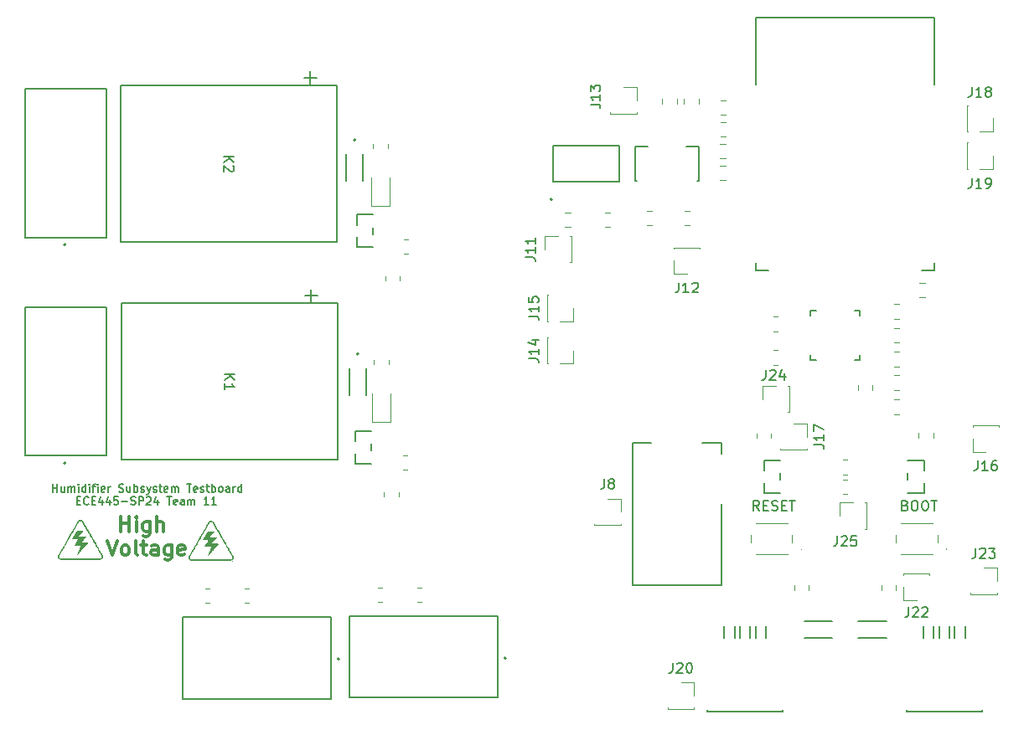
<source format=gbr>
%TF.GenerationSoftware,KiCad,Pcbnew,7.0.9*%
%TF.CreationDate,2024-04-09T14:27:02-05:00*%
%TF.ProjectId,Humidifier Subsystem,48756d69-6469-4666-9965-722053756273,rev?*%
%TF.SameCoordinates,Original*%
%TF.FileFunction,Legend,Top*%
%TF.FilePolarity,Positive*%
%FSLAX46Y46*%
G04 Gerber Fmt 4.6, Leading zero omitted, Abs format (unit mm)*
G04 Created by KiCad (PCBNEW 7.0.9) date 2024-04-09 14:27:02*
%MOMM*%
%LPD*%
G01*
G04 APERTURE LIST*
%ADD10C,0.300000*%
%ADD11C,0.200000*%
%ADD12C,0.150000*%
%ADD13C,0.120000*%
%ADD14C,0.152400*%
%ADD15C,0.127000*%
%ADD16C,0.100000*%
G04 APERTURE END LIST*
D10*
X53797367Y-106585828D02*
X53797367Y-105085828D01*
X53797367Y-105800114D02*
X54654510Y-105800114D01*
X54654510Y-106585828D02*
X54654510Y-105085828D01*
X55368796Y-106585828D02*
X55368796Y-105585828D01*
X55368796Y-105085828D02*
X55297368Y-105157257D01*
X55297368Y-105157257D02*
X55368796Y-105228685D01*
X55368796Y-105228685D02*
X55440225Y-105157257D01*
X55440225Y-105157257D02*
X55368796Y-105085828D01*
X55368796Y-105085828D02*
X55368796Y-105228685D01*
X56725940Y-105585828D02*
X56725940Y-106800114D01*
X56725940Y-106800114D02*
X56654511Y-106942971D01*
X56654511Y-106942971D02*
X56583082Y-107014400D01*
X56583082Y-107014400D02*
X56440225Y-107085828D01*
X56440225Y-107085828D02*
X56225940Y-107085828D01*
X56225940Y-107085828D02*
X56083082Y-107014400D01*
X56725940Y-106514400D02*
X56583082Y-106585828D01*
X56583082Y-106585828D02*
X56297368Y-106585828D01*
X56297368Y-106585828D02*
X56154511Y-106514400D01*
X56154511Y-106514400D02*
X56083082Y-106442971D01*
X56083082Y-106442971D02*
X56011654Y-106300114D01*
X56011654Y-106300114D02*
X56011654Y-105871542D01*
X56011654Y-105871542D02*
X56083082Y-105728685D01*
X56083082Y-105728685D02*
X56154511Y-105657257D01*
X56154511Y-105657257D02*
X56297368Y-105585828D01*
X56297368Y-105585828D02*
X56583082Y-105585828D01*
X56583082Y-105585828D02*
X56725940Y-105657257D01*
X57440225Y-106585828D02*
X57440225Y-105085828D01*
X58083083Y-106585828D02*
X58083083Y-105800114D01*
X58083083Y-105800114D02*
X58011654Y-105657257D01*
X58011654Y-105657257D02*
X57868797Y-105585828D01*
X57868797Y-105585828D02*
X57654511Y-105585828D01*
X57654511Y-105585828D02*
X57511654Y-105657257D01*
X57511654Y-105657257D02*
X57440225Y-105728685D01*
X52440225Y-107500828D02*
X52940225Y-109000828D01*
X52940225Y-109000828D02*
X53440225Y-107500828D01*
X54154510Y-109000828D02*
X54011653Y-108929400D01*
X54011653Y-108929400D02*
X53940224Y-108857971D01*
X53940224Y-108857971D02*
X53868796Y-108715114D01*
X53868796Y-108715114D02*
X53868796Y-108286542D01*
X53868796Y-108286542D02*
X53940224Y-108143685D01*
X53940224Y-108143685D02*
X54011653Y-108072257D01*
X54011653Y-108072257D02*
X54154510Y-108000828D01*
X54154510Y-108000828D02*
X54368796Y-108000828D01*
X54368796Y-108000828D02*
X54511653Y-108072257D01*
X54511653Y-108072257D02*
X54583082Y-108143685D01*
X54583082Y-108143685D02*
X54654510Y-108286542D01*
X54654510Y-108286542D02*
X54654510Y-108715114D01*
X54654510Y-108715114D02*
X54583082Y-108857971D01*
X54583082Y-108857971D02*
X54511653Y-108929400D01*
X54511653Y-108929400D02*
X54368796Y-109000828D01*
X54368796Y-109000828D02*
X54154510Y-109000828D01*
X55511653Y-109000828D02*
X55368796Y-108929400D01*
X55368796Y-108929400D02*
X55297367Y-108786542D01*
X55297367Y-108786542D02*
X55297367Y-107500828D01*
X55868796Y-108000828D02*
X56440224Y-108000828D01*
X56083081Y-107500828D02*
X56083081Y-108786542D01*
X56083081Y-108786542D02*
X56154510Y-108929400D01*
X56154510Y-108929400D02*
X56297367Y-109000828D01*
X56297367Y-109000828D02*
X56440224Y-109000828D01*
X57583082Y-109000828D02*
X57583082Y-108215114D01*
X57583082Y-108215114D02*
X57511653Y-108072257D01*
X57511653Y-108072257D02*
X57368796Y-108000828D01*
X57368796Y-108000828D02*
X57083082Y-108000828D01*
X57083082Y-108000828D02*
X56940224Y-108072257D01*
X57583082Y-108929400D02*
X57440224Y-109000828D01*
X57440224Y-109000828D02*
X57083082Y-109000828D01*
X57083082Y-109000828D02*
X56940224Y-108929400D01*
X56940224Y-108929400D02*
X56868796Y-108786542D01*
X56868796Y-108786542D02*
X56868796Y-108643685D01*
X56868796Y-108643685D02*
X56940224Y-108500828D01*
X56940224Y-108500828D02*
X57083082Y-108429400D01*
X57083082Y-108429400D02*
X57440224Y-108429400D01*
X57440224Y-108429400D02*
X57583082Y-108357971D01*
X58940225Y-108000828D02*
X58940225Y-109215114D01*
X58940225Y-109215114D02*
X58868796Y-109357971D01*
X58868796Y-109357971D02*
X58797367Y-109429400D01*
X58797367Y-109429400D02*
X58654510Y-109500828D01*
X58654510Y-109500828D02*
X58440225Y-109500828D01*
X58440225Y-109500828D02*
X58297367Y-109429400D01*
X58940225Y-108929400D02*
X58797367Y-109000828D01*
X58797367Y-109000828D02*
X58511653Y-109000828D01*
X58511653Y-109000828D02*
X58368796Y-108929400D01*
X58368796Y-108929400D02*
X58297367Y-108857971D01*
X58297367Y-108857971D02*
X58225939Y-108715114D01*
X58225939Y-108715114D02*
X58225939Y-108286542D01*
X58225939Y-108286542D02*
X58297367Y-108143685D01*
X58297367Y-108143685D02*
X58368796Y-108072257D01*
X58368796Y-108072257D02*
X58511653Y-108000828D01*
X58511653Y-108000828D02*
X58797367Y-108000828D01*
X58797367Y-108000828D02*
X58940225Y-108072257D01*
X60225939Y-108929400D02*
X60083082Y-109000828D01*
X60083082Y-109000828D02*
X59797368Y-109000828D01*
X59797368Y-109000828D02*
X59654510Y-108929400D01*
X59654510Y-108929400D02*
X59583082Y-108786542D01*
X59583082Y-108786542D02*
X59583082Y-108215114D01*
X59583082Y-108215114D02*
X59654510Y-108072257D01*
X59654510Y-108072257D02*
X59797368Y-108000828D01*
X59797368Y-108000828D02*
X60083082Y-108000828D01*
X60083082Y-108000828D02*
X60225939Y-108072257D01*
X60225939Y-108072257D02*
X60297368Y-108215114D01*
X60297368Y-108215114D02*
X60297368Y-108357971D01*
X60297368Y-108357971D02*
X59583082Y-108500828D01*
D11*
X46922054Y-102603695D02*
X46922054Y-101803695D01*
X46922054Y-102184647D02*
X47379197Y-102184647D01*
X47379197Y-102603695D02*
X47379197Y-101803695D01*
X48103006Y-102070361D02*
X48103006Y-102603695D01*
X47760149Y-102070361D02*
X47760149Y-102489409D01*
X47760149Y-102489409D02*
X47798244Y-102565600D01*
X47798244Y-102565600D02*
X47874434Y-102603695D01*
X47874434Y-102603695D02*
X47988720Y-102603695D01*
X47988720Y-102603695D02*
X48064911Y-102565600D01*
X48064911Y-102565600D02*
X48103006Y-102527504D01*
X48483959Y-102603695D02*
X48483959Y-102070361D01*
X48483959Y-102146552D02*
X48522054Y-102108457D01*
X48522054Y-102108457D02*
X48598244Y-102070361D01*
X48598244Y-102070361D02*
X48712530Y-102070361D01*
X48712530Y-102070361D02*
X48788721Y-102108457D01*
X48788721Y-102108457D02*
X48826816Y-102184647D01*
X48826816Y-102184647D02*
X48826816Y-102603695D01*
X48826816Y-102184647D02*
X48864911Y-102108457D01*
X48864911Y-102108457D02*
X48941102Y-102070361D01*
X48941102Y-102070361D02*
X49055387Y-102070361D01*
X49055387Y-102070361D02*
X49131578Y-102108457D01*
X49131578Y-102108457D02*
X49169673Y-102184647D01*
X49169673Y-102184647D02*
X49169673Y-102603695D01*
X49550626Y-102603695D02*
X49550626Y-102070361D01*
X49550626Y-101803695D02*
X49512530Y-101841790D01*
X49512530Y-101841790D02*
X49550626Y-101879885D01*
X49550626Y-101879885D02*
X49588721Y-101841790D01*
X49588721Y-101841790D02*
X49550626Y-101803695D01*
X49550626Y-101803695D02*
X49550626Y-101879885D01*
X50274435Y-102603695D02*
X50274435Y-101803695D01*
X50274435Y-102565600D02*
X50198244Y-102603695D01*
X50198244Y-102603695D02*
X50045863Y-102603695D01*
X50045863Y-102603695D02*
X49969673Y-102565600D01*
X49969673Y-102565600D02*
X49931578Y-102527504D01*
X49931578Y-102527504D02*
X49893482Y-102451314D01*
X49893482Y-102451314D02*
X49893482Y-102222742D01*
X49893482Y-102222742D02*
X49931578Y-102146552D01*
X49931578Y-102146552D02*
X49969673Y-102108457D01*
X49969673Y-102108457D02*
X50045863Y-102070361D01*
X50045863Y-102070361D02*
X50198244Y-102070361D01*
X50198244Y-102070361D02*
X50274435Y-102108457D01*
X50655388Y-102603695D02*
X50655388Y-102070361D01*
X50655388Y-101803695D02*
X50617292Y-101841790D01*
X50617292Y-101841790D02*
X50655388Y-101879885D01*
X50655388Y-101879885D02*
X50693483Y-101841790D01*
X50693483Y-101841790D02*
X50655388Y-101803695D01*
X50655388Y-101803695D02*
X50655388Y-101879885D01*
X50922054Y-102070361D02*
X51226816Y-102070361D01*
X51036340Y-102603695D02*
X51036340Y-101917980D01*
X51036340Y-101917980D02*
X51074435Y-101841790D01*
X51074435Y-101841790D02*
X51150625Y-101803695D01*
X51150625Y-101803695D02*
X51226816Y-101803695D01*
X51493483Y-102603695D02*
X51493483Y-102070361D01*
X51493483Y-101803695D02*
X51455387Y-101841790D01*
X51455387Y-101841790D02*
X51493483Y-101879885D01*
X51493483Y-101879885D02*
X51531578Y-101841790D01*
X51531578Y-101841790D02*
X51493483Y-101803695D01*
X51493483Y-101803695D02*
X51493483Y-101879885D01*
X52179197Y-102565600D02*
X52103006Y-102603695D01*
X52103006Y-102603695D02*
X51950625Y-102603695D01*
X51950625Y-102603695D02*
X51874435Y-102565600D01*
X51874435Y-102565600D02*
X51836339Y-102489409D01*
X51836339Y-102489409D02*
X51836339Y-102184647D01*
X51836339Y-102184647D02*
X51874435Y-102108457D01*
X51874435Y-102108457D02*
X51950625Y-102070361D01*
X51950625Y-102070361D02*
X52103006Y-102070361D01*
X52103006Y-102070361D02*
X52179197Y-102108457D01*
X52179197Y-102108457D02*
X52217292Y-102184647D01*
X52217292Y-102184647D02*
X52217292Y-102260838D01*
X52217292Y-102260838D02*
X51836339Y-102337028D01*
X52560149Y-102603695D02*
X52560149Y-102070361D01*
X52560149Y-102222742D02*
X52598244Y-102146552D01*
X52598244Y-102146552D02*
X52636339Y-102108457D01*
X52636339Y-102108457D02*
X52712530Y-102070361D01*
X52712530Y-102070361D02*
X52788720Y-102070361D01*
X53626815Y-102565600D02*
X53741101Y-102603695D01*
X53741101Y-102603695D02*
X53931577Y-102603695D01*
X53931577Y-102603695D02*
X54007768Y-102565600D01*
X54007768Y-102565600D02*
X54045863Y-102527504D01*
X54045863Y-102527504D02*
X54083958Y-102451314D01*
X54083958Y-102451314D02*
X54083958Y-102375123D01*
X54083958Y-102375123D02*
X54045863Y-102298933D01*
X54045863Y-102298933D02*
X54007768Y-102260838D01*
X54007768Y-102260838D02*
X53931577Y-102222742D01*
X53931577Y-102222742D02*
X53779196Y-102184647D01*
X53779196Y-102184647D02*
X53703006Y-102146552D01*
X53703006Y-102146552D02*
X53664911Y-102108457D01*
X53664911Y-102108457D02*
X53626815Y-102032266D01*
X53626815Y-102032266D02*
X53626815Y-101956076D01*
X53626815Y-101956076D02*
X53664911Y-101879885D01*
X53664911Y-101879885D02*
X53703006Y-101841790D01*
X53703006Y-101841790D02*
X53779196Y-101803695D01*
X53779196Y-101803695D02*
X53969673Y-101803695D01*
X53969673Y-101803695D02*
X54083958Y-101841790D01*
X54769673Y-102070361D02*
X54769673Y-102603695D01*
X54426816Y-102070361D02*
X54426816Y-102489409D01*
X54426816Y-102489409D02*
X54464911Y-102565600D01*
X54464911Y-102565600D02*
X54541101Y-102603695D01*
X54541101Y-102603695D02*
X54655387Y-102603695D01*
X54655387Y-102603695D02*
X54731578Y-102565600D01*
X54731578Y-102565600D02*
X54769673Y-102527504D01*
X55150626Y-102603695D02*
X55150626Y-101803695D01*
X55150626Y-102108457D02*
X55226816Y-102070361D01*
X55226816Y-102070361D02*
X55379197Y-102070361D01*
X55379197Y-102070361D02*
X55455388Y-102108457D01*
X55455388Y-102108457D02*
X55493483Y-102146552D01*
X55493483Y-102146552D02*
X55531578Y-102222742D01*
X55531578Y-102222742D02*
X55531578Y-102451314D01*
X55531578Y-102451314D02*
X55493483Y-102527504D01*
X55493483Y-102527504D02*
X55455388Y-102565600D01*
X55455388Y-102565600D02*
X55379197Y-102603695D01*
X55379197Y-102603695D02*
X55226816Y-102603695D01*
X55226816Y-102603695D02*
X55150626Y-102565600D01*
X55836340Y-102565600D02*
X55912531Y-102603695D01*
X55912531Y-102603695D02*
X56064912Y-102603695D01*
X56064912Y-102603695D02*
X56141102Y-102565600D01*
X56141102Y-102565600D02*
X56179198Y-102489409D01*
X56179198Y-102489409D02*
X56179198Y-102451314D01*
X56179198Y-102451314D02*
X56141102Y-102375123D01*
X56141102Y-102375123D02*
X56064912Y-102337028D01*
X56064912Y-102337028D02*
X55950626Y-102337028D01*
X55950626Y-102337028D02*
X55874436Y-102298933D01*
X55874436Y-102298933D02*
X55836340Y-102222742D01*
X55836340Y-102222742D02*
X55836340Y-102184647D01*
X55836340Y-102184647D02*
X55874436Y-102108457D01*
X55874436Y-102108457D02*
X55950626Y-102070361D01*
X55950626Y-102070361D02*
X56064912Y-102070361D01*
X56064912Y-102070361D02*
X56141102Y-102108457D01*
X56445864Y-102070361D02*
X56636340Y-102603695D01*
X56826817Y-102070361D02*
X56636340Y-102603695D01*
X56636340Y-102603695D02*
X56560150Y-102794171D01*
X56560150Y-102794171D02*
X56522055Y-102832266D01*
X56522055Y-102832266D02*
X56445864Y-102870361D01*
X57093483Y-102565600D02*
X57169674Y-102603695D01*
X57169674Y-102603695D02*
X57322055Y-102603695D01*
X57322055Y-102603695D02*
X57398245Y-102565600D01*
X57398245Y-102565600D02*
X57436341Y-102489409D01*
X57436341Y-102489409D02*
X57436341Y-102451314D01*
X57436341Y-102451314D02*
X57398245Y-102375123D01*
X57398245Y-102375123D02*
X57322055Y-102337028D01*
X57322055Y-102337028D02*
X57207769Y-102337028D01*
X57207769Y-102337028D02*
X57131579Y-102298933D01*
X57131579Y-102298933D02*
X57093483Y-102222742D01*
X57093483Y-102222742D02*
X57093483Y-102184647D01*
X57093483Y-102184647D02*
X57131579Y-102108457D01*
X57131579Y-102108457D02*
X57207769Y-102070361D01*
X57207769Y-102070361D02*
X57322055Y-102070361D01*
X57322055Y-102070361D02*
X57398245Y-102108457D01*
X57664912Y-102070361D02*
X57969674Y-102070361D01*
X57779198Y-101803695D02*
X57779198Y-102489409D01*
X57779198Y-102489409D02*
X57817293Y-102565600D01*
X57817293Y-102565600D02*
X57893483Y-102603695D01*
X57893483Y-102603695D02*
X57969674Y-102603695D01*
X58541103Y-102565600D02*
X58464912Y-102603695D01*
X58464912Y-102603695D02*
X58312531Y-102603695D01*
X58312531Y-102603695D02*
X58236341Y-102565600D01*
X58236341Y-102565600D02*
X58198245Y-102489409D01*
X58198245Y-102489409D02*
X58198245Y-102184647D01*
X58198245Y-102184647D02*
X58236341Y-102108457D01*
X58236341Y-102108457D02*
X58312531Y-102070361D01*
X58312531Y-102070361D02*
X58464912Y-102070361D01*
X58464912Y-102070361D02*
X58541103Y-102108457D01*
X58541103Y-102108457D02*
X58579198Y-102184647D01*
X58579198Y-102184647D02*
X58579198Y-102260838D01*
X58579198Y-102260838D02*
X58198245Y-102337028D01*
X58922055Y-102603695D02*
X58922055Y-102070361D01*
X58922055Y-102146552D02*
X58960150Y-102108457D01*
X58960150Y-102108457D02*
X59036340Y-102070361D01*
X59036340Y-102070361D02*
X59150626Y-102070361D01*
X59150626Y-102070361D02*
X59226817Y-102108457D01*
X59226817Y-102108457D02*
X59264912Y-102184647D01*
X59264912Y-102184647D02*
X59264912Y-102603695D01*
X59264912Y-102184647D02*
X59303007Y-102108457D01*
X59303007Y-102108457D02*
X59379198Y-102070361D01*
X59379198Y-102070361D02*
X59493483Y-102070361D01*
X59493483Y-102070361D02*
X59569674Y-102108457D01*
X59569674Y-102108457D02*
X59607769Y-102184647D01*
X59607769Y-102184647D02*
X59607769Y-102603695D01*
X60483960Y-101803695D02*
X60941103Y-101803695D01*
X60712531Y-102603695D02*
X60712531Y-101803695D01*
X61512532Y-102565600D02*
X61436341Y-102603695D01*
X61436341Y-102603695D02*
X61283960Y-102603695D01*
X61283960Y-102603695D02*
X61207770Y-102565600D01*
X61207770Y-102565600D02*
X61169674Y-102489409D01*
X61169674Y-102489409D02*
X61169674Y-102184647D01*
X61169674Y-102184647D02*
X61207770Y-102108457D01*
X61207770Y-102108457D02*
X61283960Y-102070361D01*
X61283960Y-102070361D02*
X61436341Y-102070361D01*
X61436341Y-102070361D02*
X61512532Y-102108457D01*
X61512532Y-102108457D02*
X61550627Y-102184647D01*
X61550627Y-102184647D02*
X61550627Y-102260838D01*
X61550627Y-102260838D02*
X61169674Y-102337028D01*
X61855388Y-102565600D02*
X61931579Y-102603695D01*
X61931579Y-102603695D02*
X62083960Y-102603695D01*
X62083960Y-102603695D02*
X62160150Y-102565600D01*
X62160150Y-102565600D02*
X62198246Y-102489409D01*
X62198246Y-102489409D02*
X62198246Y-102451314D01*
X62198246Y-102451314D02*
X62160150Y-102375123D01*
X62160150Y-102375123D02*
X62083960Y-102337028D01*
X62083960Y-102337028D02*
X61969674Y-102337028D01*
X61969674Y-102337028D02*
X61893484Y-102298933D01*
X61893484Y-102298933D02*
X61855388Y-102222742D01*
X61855388Y-102222742D02*
X61855388Y-102184647D01*
X61855388Y-102184647D02*
X61893484Y-102108457D01*
X61893484Y-102108457D02*
X61969674Y-102070361D01*
X61969674Y-102070361D02*
X62083960Y-102070361D01*
X62083960Y-102070361D02*
X62160150Y-102108457D01*
X62426817Y-102070361D02*
X62731579Y-102070361D01*
X62541103Y-101803695D02*
X62541103Y-102489409D01*
X62541103Y-102489409D02*
X62579198Y-102565600D01*
X62579198Y-102565600D02*
X62655388Y-102603695D01*
X62655388Y-102603695D02*
X62731579Y-102603695D01*
X62998246Y-102603695D02*
X62998246Y-101803695D01*
X62998246Y-102108457D02*
X63074436Y-102070361D01*
X63074436Y-102070361D02*
X63226817Y-102070361D01*
X63226817Y-102070361D02*
X63303008Y-102108457D01*
X63303008Y-102108457D02*
X63341103Y-102146552D01*
X63341103Y-102146552D02*
X63379198Y-102222742D01*
X63379198Y-102222742D02*
X63379198Y-102451314D01*
X63379198Y-102451314D02*
X63341103Y-102527504D01*
X63341103Y-102527504D02*
X63303008Y-102565600D01*
X63303008Y-102565600D02*
X63226817Y-102603695D01*
X63226817Y-102603695D02*
X63074436Y-102603695D01*
X63074436Y-102603695D02*
X62998246Y-102565600D01*
X63836341Y-102603695D02*
X63760151Y-102565600D01*
X63760151Y-102565600D02*
X63722056Y-102527504D01*
X63722056Y-102527504D02*
X63683960Y-102451314D01*
X63683960Y-102451314D02*
X63683960Y-102222742D01*
X63683960Y-102222742D02*
X63722056Y-102146552D01*
X63722056Y-102146552D02*
X63760151Y-102108457D01*
X63760151Y-102108457D02*
X63836341Y-102070361D01*
X63836341Y-102070361D02*
X63950627Y-102070361D01*
X63950627Y-102070361D02*
X64026818Y-102108457D01*
X64026818Y-102108457D02*
X64064913Y-102146552D01*
X64064913Y-102146552D02*
X64103008Y-102222742D01*
X64103008Y-102222742D02*
X64103008Y-102451314D01*
X64103008Y-102451314D02*
X64064913Y-102527504D01*
X64064913Y-102527504D02*
X64026818Y-102565600D01*
X64026818Y-102565600D02*
X63950627Y-102603695D01*
X63950627Y-102603695D02*
X63836341Y-102603695D01*
X64788723Y-102603695D02*
X64788723Y-102184647D01*
X64788723Y-102184647D02*
X64750628Y-102108457D01*
X64750628Y-102108457D02*
X64674437Y-102070361D01*
X64674437Y-102070361D02*
X64522056Y-102070361D01*
X64522056Y-102070361D02*
X64445866Y-102108457D01*
X64788723Y-102565600D02*
X64712532Y-102603695D01*
X64712532Y-102603695D02*
X64522056Y-102603695D01*
X64522056Y-102603695D02*
X64445866Y-102565600D01*
X64445866Y-102565600D02*
X64407770Y-102489409D01*
X64407770Y-102489409D02*
X64407770Y-102413219D01*
X64407770Y-102413219D02*
X64445866Y-102337028D01*
X64445866Y-102337028D02*
X64522056Y-102298933D01*
X64522056Y-102298933D02*
X64712532Y-102298933D01*
X64712532Y-102298933D02*
X64788723Y-102260838D01*
X65169676Y-102603695D02*
X65169676Y-102070361D01*
X65169676Y-102222742D02*
X65207771Y-102146552D01*
X65207771Y-102146552D02*
X65245866Y-102108457D01*
X65245866Y-102108457D02*
X65322057Y-102070361D01*
X65322057Y-102070361D02*
X65398247Y-102070361D01*
X66007771Y-102603695D02*
X66007771Y-101803695D01*
X66007771Y-102565600D02*
X65931580Y-102603695D01*
X65931580Y-102603695D02*
X65779199Y-102603695D01*
X65779199Y-102603695D02*
X65703009Y-102565600D01*
X65703009Y-102565600D02*
X65664914Y-102527504D01*
X65664914Y-102527504D02*
X65626818Y-102451314D01*
X65626818Y-102451314D02*
X65626818Y-102222742D01*
X65626818Y-102222742D02*
X65664914Y-102146552D01*
X65664914Y-102146552D02*
X65703009Y-102108457D01*
X65703009Y-102108457D02*
X65779199Y-102070361D01*
X65779199Y-102070361D02*
X65931580Y-102070361D01*
X65931580Y-102070361D02*
X66007771Y-102108457D01*
X49360150Y-103472647D02*
X49626816Y-103472647D01*
X49741102Y-103891695D02*
X49360150Y-103891695D01*
X49360150Y-103891695D02*
X49360150Y-103091695D01*
X49360150Y-103091695D02*
X49741102Y-103091695D01*
X50541103Y-103815504D02*
X50503007Y-103853600D01*
X50503007Y-103853600D02*
X50388722Y-103891695D01*
X50388722Y-103891695D02*
X50312531Y-103891695D01*
X50312531Y-103891695D02*
X50198245Y-103853600D01*
X50198245Y-103853600D02*
X50122055Y-103777409D01*
X50122055Y-103777409D02*
X50083960Y-103701219D01*
X50083960Y-103701219D02*
X50045864Y-103548838D01*
X50045864Y-103548838D02*
X50045864Y-103434552D01*
X50045864Y-103434552D02*
X50083960Y-103282171D01*
X50083960Y-103282171D02*
X50122055Y-103205980D01*
X50122055Y-103205980D02*
X50198245Y-103129790D01*
X50198245Y-103129790D02*
X50312531Y-103091695D01*
X50312531Y-103091695D02*
X50388722Y-103091695D01*
X50388722Y-103091695D02*
X50503007Y-103129790D01*
X50503007Y-103129790D02*
X50541103Y-103167885D01*
X50883960Y-103472647D02*
X51150626Y-103472647D01*
X51264912Y-103891695D02*
X50883960Y-103891695D01*
X50883960Y-103891695D02*
X50883960Y-103091695D01*
X50883960Y-103091695D02*
X51264912Y-103091695D01*
X51950627Y-103358361D02*
X51950627Y-103891695D01*
X51760151Y-103053600D02*
X51569674Y-103625028D01*
X51569674Y-103625028D02*
X52064913Y-103625028D01*
X52712532Y-103358361D02*
X52712532Y-103891695D01*
X52522056Y-103053600D02*
X52331579Y-103625028D01*
X52331579Y-103625028D02*
X52826818Y-103625028D01*
X53512532Y-103091695D02*
X53131580Y-103091695D01*
X53131580Y-103091695D02*
X53093484Y-103472647D01*
X53093484Y-103472647D02*
X53131580Y-103434552D01*
X53131580Y-103434552D02*
X53207770Y-103396457D01*
X53207770Y-103396457D02*
X53398246Y-103396457D01*
X53398246Y-103396457D02*
X53474437Y-103434552D01*
X53474437Y-103434552D02*
X53512532Y-103472647D01*
X53512532Y-103472647D02*
X53550627Y-103548838D01*
X53550627Y-103548838D02*
X53550627Y-103739314D01*
X53550627Y-103739314D02*
X53512532Y-103815504D01*
X53512532Y-103815504D02*
X53474437Y-103853600D01*
X53474437Y-103853600D02*
X53398246Y-103891695D01*
X53398246Y-103891695D02*
X53207770Y-103891695D01*
X53207770Y-103891695D02*
X53131580Y-103853600D01*
X53131580Y-103853600D02*
X53093484Y-103815504D01*
X53893485Y-103586933D02*
X54503009Y-103586933D01*
X54845865Y-103853600D02*
X54960151Y-103891695D01*
X54960151Y-103891695D02*
X55150627Y-103891695D01*
X55150627Y-103891695D02*
X55226818Y-103853600D01*
X55226818Y-103853600D02*
X55264913Y-103815504D01*
X55264913Y-103815504D02*
X55303008Y-103739314D01*
X55303008Y-103739314D02*
X55303008Y-103663123D01*
X55303008Y-103663123D02*
X55264913Y-103586933D01*
X55264913Y-103586933D02*
X55226818Y-103548838D01*
X55226818Y-103548838D02*
X55150627Y-103510742D01*
X55150627Y-103510742D02*
X54998246Y-103472647D01*
X54998246Y-103472647D02*
X54922056Y-103434552D01*
X54922056Y-103434552D02*
X54883961Y-103396457D01*
X54883961Y-103396457D02*
X54845865Y-103320266D01*
X54845865Y-103320266D02*
X54845865Y-103244076D01*
X54845865Y-103244076D02*
X54883961Y-103167885D01*
X54883961Y-103167885D02*
X54922056Y-103129790D01*
X54922056Y-103129790D02*
X54998246Y-103091695D01*
X54998246Y-103091695D02*
X55188723Y-103091695D01*
X55188723Y-103091695D02*
X55303008Y-103129790D01*
X55645866Y-103891695D02*
X55645866Y-103091695D01*
X55645866Y-103091695D02*
X55950628Y-103091695D01*
X55950628Y-103091695D02*
X56026818Y-103129790D01*
X56026818Y-103129790D02*
X56064913Y-103167885D01*
X56064913Y-103167885D02*
X56103009Y-103244076D01*
X56103009Y-103244076D02*
X56103009Y-103358361D01*
X56103009Y-103358361D02*
X56064913Y-103434552D01*
X56064913Y-103434552D02*
X56026818Y-103472647D01*
X56026818Y-103472647D02*
X55950628Y-103510742D01*
X55950628Y-103510742D02*
X55645866Y-103510742D01*
X56407770Y-103167885D02*
X56445866Y-103129790D01*
X56445866Y-103129790D02*
X56522056Y-103091695D01*
X56522056Y-103091695D02*
X56712532Y-103091695D01*
X56712532Y-103091695D02*
X56788723Y-103129790D01*
X56788723Y-103129790D02*
X56826818Y-103167885D01*
X56826818Y-103167885D02*
X56864913Y-103244076D01*
X56864913Y-103244076D02*
X56864913Y-103320266D01*
X56864913Y-103320266D02*
X56826818Y-103434552D01*
X56826818Y-103434552D02*
X56369675Y-103891695D01*
X56369675Y-103891695D02*
X56864913Y-103891695D01*
X57550628Y-103358361D02*
X57550628Y-103891695D01*
X57360152Y-103053600D02*
X57169675Y-103625028D01*
X57169675Y-103625028D02*
X57664914Y-103625028D01*
X58464914Y-103091695D02*
X58922057Y-103091695D01*
X58693485Y-103891695D02*
X58693485Y-103091695D01*
X59493486Y-103853600D02*
X59417295Y-103891695D01*
X59417295Y-103891695D02*
X59264914Y-103891695D01*
X59264914Y-103891695D02*
X59188724Y-103853600D01*
X59188724Y-103853600D02*
X59150628Y-103777409D01*
X59150628Y-103777409D02*
X59150628Y-103472647D01*
X59150628Y-103472647D02*
X59188724Y-103396457D01*
X59188724Y-103396457D02*
X59264914Y-103358361D01*
X59264914Y-103358361D02*
X59417295Y-103358361D01*
X59417295Y-103358361D02*
X59493486Y-103396457D01*
X59493486Y-103396457D02*
X59531581Y-103472647D01*
X59531581Y-103472647D02*
X59531581Y-103548838D01*
X59531581Y-103548838D02*
X59150628Y-103625028D01*
X60217295Y-103891695D02*
X60217295Y-103472647D01*
X60217295Y-103472647D02*
X60179200Y-103396457D01*
X60179200Y-103396457D02*
X60103009Y-103358361D01*
X60103009Y-103358361D02*
X59950628Y-103358361D01*
X59950628Y-103358361D02*
X59874438Y-103396457D01*
X60217295Y-103853600D02*
X60141104Y-103891695D01*
X60141104Y-103891695D02*
X59950628Y-103891695D01*
X59950628Y-103891695D02*
X59874438Y-103853600D01*
X59874438Y-103853600D02*
X59836342Y-103777409D01*
X59836342Y-103777409D02*
X59836342Y-103701219D01*
X59836342Y-103701219D02*
X59874438Y-103625028D01*
X59874438Y-103625028D02*
X59950628Y-103586933D01*
X59950628Y-103586933D02*
X60141104Y-103586933D01*
X60141104Y-103586933D02*
X60217295Y-103548838D01*
X60598248Y-103891695D02*
X60598248Y-103358361D01*
X60598248Y-103434552D02*
X60636343Y-103396457D01*
X60636343Y-103396457D02*
X60712533Y-103358361D01*
X60712533Y-103358361D02*
X60826819Y-103358361D01*
X60826819Y-103358361D02*
X60903010Y-103396457D01*
X60903010Y-103396457D02*
X60941105Y-103472647D01*
X60941105Y-103472647D02*
X60941105Y-103891695D01*
X60941105Y-103472647D02*
X60979200Y-103396457D01*
X60979200Y-103396457D02*
X61055391Y-103358361D01*
X61055391Y-103358361D02*
X61169676Y-103358361D01*
X61169676Y-103358361D02*
X61245867Y-103396457D01*
X61245867Y-103396457D02*
X61283962Y-103472647D01*
X61283962Y-103472647D02*
X61283962Y-103891695D01*
X62693486Y-103891695D02*
X62236343Y-103891695D01*
X62464915Y-103891695D02*
X62464915Y-103091695D01*
X62464915Y-103091695D02*
X62388724Y-103205980D01*
X62388724Y-103205980D02*
X62312534Y-103282171D01*
X62312534Y-103282171D02*
X62236343Y-103320266D01*
X63455391Y-103891695D02*
X62998248Y-103891695D01*
X63226820Y-103891695D02*
X63226820Y-103091695D01*
X63226820Y-103091695D02*
X63150629Y-103205980D01*
X63150629Y-103205980D02*
X63074439Y-103282171D01*
X63074439Y-103282171D02*
X62998248Y-103320266D01*
D12*
X133070112Y-103946009D02*
X133212969Y-103993628D01*
X133212969Y-103993628D02*
X133260588Y-104041247D01*
X133260588Y-104041247D02*
X133308207Y-104136485D01*
X133308207Y-104136485D02*
X133308207Y-104279342D01*
X133308207Y-104279342D02*
X133260588Y-104374580D01*
X133260588Y-104374580D02*
X133212969Y-104422200D01*
X133212969Y-104422200D02*
X133117731Y-104469819D01*
X133117731Y-104469819D02*
X132736779Y-104469819D01*
X132736779Y-104469819D02*
X132736779Y-103469819D01*
X132736779Y-103469819D02*
X133070112Y-103469819D01*
X133070112Y-103469819D02*
X133165350Y-103517438D01*
X133165350Y-103517438D02*
X133212969Y-103565057D01*
X133212969Y-103565057D02*
X133260588Y-103660295D01*
X133260588Y-103660295D02*
X133260588Y-103755533D01*
X133260588Y-103755533D02*
X133212969Y-103850771D01*
X133212969Y-103850771D02*
X133165350Y-103898390D01*
X133165350Y-103898390D02*
X133070112Y-103946009D01*
X133070112Y-103946009D02*
X132736779Y-103946009D01*
X133927255Y-103469819D02*
X134117731Y-103469819D01*
X134117731Y-103469819D02*
X134212969Y-103517438D01*
X134212969Y-103517438D02*
X134308207Y-103612676D01*
X134308207Y-103612676D02*
X134355826Y-103803152D01*
X134355826Y-103803152D02*
X134355826Y-104136485D01*
X134355826Y-104136485D02*
X134308207Y-104326961D01*
X134308207Y-104326961D02*
X134212969Y-104422200D01*
X134212969Y-104422200D02*
X134117731Y-104469819D01*
X134117731Y-104469819D02*
X133927255Y-104469819D01*
X133927255Y-104469819D02*
X133832017Y-104422200D01*
X133832017Y-104422200D02*
X133736779Y-104326961D01*
X133736779Y-104326961D02*
X133689160Y-104136485D01*
X133689160Y-104136485D02*
X133689160Y-103803152D01*
X133689160Y-103803152D02*
X133736779Y-103612676D01*
X133736779Y-103612676D02*
X133832017Y-103517438D01*
X133832017Y-103517438D02*
X133927255Y-103469819D01*
X134974874Y-103469819D02*
X135165350Y-103469819D01*
X135165350Y-103469819D02*
X135260588Y-103517438D01*
X135260588Y-103517438D02*
X135355826Y-103612676D01*
X135355826Y-103612676D02*
X135403445Y-103803152D01*
X135403445Y-103803152D02*
X135403445Y-104136485D01*
X135403445Y-104136485D02*
X135355826Y-104326961D01*
X135355826Y-104326961D02*
X135260588Y-104422200D01*
X135260588Y-104422200D02*
X135165350Y-104469819D01*
X135165350Y-104469819D02*
X134974874Y-104469819D01*
X134974874Y-104469819D02*
X134879636Y-104422200D01*
X134879636Y-104422200D02*
X134784398Y-104326961D01*
X134784398Y-104326961D02*
X134736779Y-104136485D01*
X134736779Y-104136485D02*
X134736779Y-103803152D01*
X134736779Y-103803152D02*
X134784398Y-103612676D01*
X134784398Y-103612676D02*
X134879636Y-103517438D01*
X134879636Y-103517438D02*
X134974874Y-103469819D01*
X135689160Y-103469819D02*
X136260588Y-103469819D01*
X135974874Y-104469819D02*
X135974874Y-103469819D01*
X118308207Y-104469819D02*
X117974874Y-103993628D01*
X117736779Y-104469819D02*
X117736779Y-103469819D01*
X117736779Y-103469819D02*
X118117731Y-103469819D01*
X118117731Y-103469819D02*
X118212969Y-103517438D01*
X118212969Y-103517438D02*
X118260588Y-103565057D01*
X118260588Y-103565057D02*
X118308207Y-103660295D01*
X118308207Y-103660295D02*
X118308207Y-103803152D01*
X118308207Y-103803152D02*
X118260588Y-103898390D01*
X118260588Y-103898390D02*
X118212969Y-103946009D01*
X118212969Y-103946009D02*
X118117731Y-103993628D01*
X118117731Y-103993628D02*
X117736779Y-103993628D01*
X118736779Y-103946009D02*
X119070112Y-103946009D01*
X119212969Y-104469819D02*
X118736779Y-104469819D01*
X118736779Y-104469819D02*
X118736779Y-103469819D01*
X118736779Y-103469819D02*
X119212969Y-103469819D01*
X119593922Y-104422200D02*
X119736779Y-104469819D01*
X119736779Y-104469819D02*
X119974874Y-104469819D01*
X119974874Y-104469819D02*
X120070112Y-104422200D01*
X120070112Y-104422200D02*
X120117731Y-104374580D01*
X120117731Y-104374580D02*
X120165350Y-104279342D01*
X120165350Y-104279342D02*
X120165350Y-104184104D01*
X120165350Y-104184104D02*
X120117731Y-104088866D01*
X120117731Y-104088866D02*
X120070112Y-104041247D01*
X120070112Y-104041247D02*
X119974874Y-103993628D01*
X119974874Y-103993628D02*
X119784398Y-103946009D01*
X119784398Y-103946009D02*
X119689160Y-103898390D01*
X119689160Y-103898390D02*
X119641541Y-103850771D01*
X119641541Y-103850771D02*
X119593922Y-103755533D01*
X119593922Y-103755533D02*
X119593922Y-103660295D01*
X119593922Y-103660295D02*
X119641541Y-103565057D01*
X119641541Y-103565057D02*
X119689160Y-103517438D01*
X119689160Y-103517438D02*
X119784398Y-103469819D01*
X119784398Y-103469819D02*
X120022493Y-103469819D01*
X120022493Y-103469819D02*
X120165350Y-103517438D01*
X120593922Y-103946009D02*
X120927255Y-103946009D01*
X121070112Y-104469819D02*
X120593922Y-104469819D01*
X120593922Y-104469819D02*
X120593922Y-103469819D01*
X120593922Y-103469819D02*
X121070112Y-103469819D01*
X121355827Y-103469819D02*
X121927255Y-103469819D01*
X121641541Y-104469819D02*
X121641541Y-103469819D01*
X110190476Y-81424819D02*
X110190476Y-82139104D01*
X110190476Y-82139104D02*
X110142857Y-82281961D01*
X110142857Y-82281961D02*
X110047619Y-82377200D01*
X110047619Y-82377200D02*
X109904762Y-82424819D01*
X109904762Y-82424819D02*
X109809524Y-82424819D01*
X111190476Y-82424819D02*
X110619048Y-82424819D01*
X110904762Y-82424819D02*
X110904762Y-81424819D01*
X110904762Y-81424819D02*
X110809524Y-81567676D01*
X110809524Y-81567676D02*
X110714286Y-81662914D01*
X110714286Y-81662914D02*
X110619048Y-81710533D01*
X111571429Y-81520057D02*
X111619048Y-81472438D01*
X111619048Y-81472438D02*
X111714286Y-81424819D01*
X111714286Y-81424819D02*
X111952381Y-81424819D01*
X111952381Y-81424819D02*
X112047619Y-81472438D01*
X112047619Y-81472438D02*
X112095238Y-81520057D01*
X112095238Y-81520057D02*
X112142857Y-81615295D01*
X112142857Y-81615295D02*
X112142857Y-81710533D01*
X112142857Y-81710533D02*
X112095238Y-81853390D01*
X112095238Y-81853390D02*
X111523810Y-82424819D01*
X111523810Y-82424819D02*
X112142857Y-82424819D01*
X140190476Y-108284819D02*
X140190476Y-108999104D01*
X140190476Y-108999104D02*
X140142857Y-109141961D01*
X140142857Y-109141961D02*
X140047619Y-109237200D01*
X140047619Y-109237200D02*
X139904762Y-109284819D01*
X139904762Y-109284819D02*
X139809524Y-109284819D01*
X140619048Y-108380057D02*
X140666667Y-108332438D01*
X140666667Y-108332438D02*
X140761905Y-108284819D01*
X140761905Y-108284819D02*
X141000000Y-108284819D01*
X141000000Y-108284819D02*
X141095238Y-108332438D01*
X141095238Y-108332438D02*
X141142857Y-108380057D01*
X141142857Y-108380057D02*
X141190476Y-108475295D01*
X141190476Y-108475295D02*
X141190476Y-108570533D01*
X141190476Y-108570533D02*
X141142857Y-108713390D01*
X141142857Y-108713390D02*
X140571429Y-109284819D01*
X140571429Y-109284819D02*
X141190476Y-109284819D01*
X141523810Y-108284819D02*
X142142857Y-108284819D01*
X142142857Y-108284819D02*
X141809524Y-108665771D01*
X141809524Y-108665771D02*
X141952381Y-108665771D01*
X141952381Y-108665771D02*
X142047619Y-108713390D01*
X142047619Y-108713390D02*
X142095238Y-108761009D01*
X142095238Y-108761009D02*
X142142857Y-108856247D01*
X142142857Y-108856247D02*
X142142857Y-109094342D01*
X142142857Y-109094342D02*
X142095238Y-109189580D01*
X142095238Y-109189580D02*
X142047619Y-109237200D01*
X142047619Y-109237200D02*
X141952381Y-109284819D01*
X141952381Y-109284819D02*
X141666667Y-109284819D01*
X141666667Y-109284819D02*
X141571429Y-109237200D01*
X141571429Y-109237200D02*
X141523810Y-109189580D01*
X95004819Y-84809523D02*
X95719104Y-84809523D01*
X95719104Y-84809523D02*
X95861961Y-84857142D01*
X95861961Y-84857142D02*
X95957200Y-84952380D01*
X95957200Y-84952380D02*
X96004819Y-85095237D01*
X96004819Y-85095237D02*
X96004819Y-85190475D01*
X96004819Y-83809523D02*
X96004819Y-84380951D01*
X96004819Y-84095237D02*
X95004819Y-84095237D01*
X95004819Y-84095237D02*
X95147676Y-84190475D01*
X95147676Y-84190475D02*
X95242914Y-84285713D01*
X95242914Y-84285713D02*
X95290533Y-84380951D01*
X95004819Y-82904761D02*
X95004819Y-83380951D01*
X95004819Y-83380951D02*
X95481009Y-83428570D01*
X95481009Y-83428570D02*
X95433390Y-83380951D01*
X95433390Y-83380951D02*
X95385771Y-83285713D01*
X95385771Y-83285713D02*
X95385771Y-83047618D01*
X95385771Y-83047618D02*
X95433390Y-82952380D01*
X95433390Y-82952380D02*
X95481009Y-82904761D01*
X95481009Y-82904761D02*
X95576247Y-82857142D01*
X95576247Y-82857142D02*
X95814342Y-82857142D01*
X95814342Y-82857142D02*
X95909580Y-82904761D01*
X95909580Y-82904761D02*
X95957200Y-82952380D01*
X95957200Y-82952380D02*
X96004819Y-83047618D01*
X96004819Y-83047618D02*
X96004819Y-83285713D01*
X96004819Y-83285713D02*
X95957200Y-83380951D01*
X95957200Y-83380951D02*
X95909580Y-83428570D01*
X139790476Y-61654819D02*
X139790476Y-62369104D01*
X139790476Y-62369104D02*
X139742857Y-62511961D01*
X139742857Y-62511961D02*
X139647619Y-62607200D01*
X139647619Y-62607200D02*
X139504762Y-62654819D01*
X139504762Y-62654819D02*
X139409524Y-62654819D01*
X140790476Y-62654819D02*
X140219048Y-62654819D01*
X140504762Y-62654819D02*
X140504762Y-61654819D01*
X140504762Y-61654819D02*
X140409524Y-61797676D01*
X140409524Y-61797676D02*
X140314286Y-61892914D01*
X140314286Y-61892914D02*
X140219048Y-61940533D01*
X141361905Y-62083390D02*
X141266667Y-62035771D01*
X141266667Y-62035771D02*
X141219048Y-61988152D01*
X141219048Y-61988152D02*
X141171429Y-61892914D01*
X141171429Y-61892914D02*
X141171429Y-61845295D01*
X141171429Y-61845295D02*
X141219048Y-61750057D01*
X141219048Y-61750057D02*
X141266667Y-61702438D01*
X141266667Y-61702438D02*
X141361905Y-61654819D01*
X141361905Y-61654819D02*
X141552381Y-61654819D01*
X141552381Y-61654819D02*
X141647619Y-61702438D01*
X141647619Y-61702438D02*
X141695238Y-61750057D01*
X141695238Y-61750057D02*
X141742857Y-61845295D01*
X141742857Y-61845295D02*
X141742857Y-61892914D01*
X141742857Y-61892914D02*
X141695238Y-61988152D01*
X141695238Y-61988152D02*
X141647619Y-62035771D01*
X141647619Y-62035771D02*
X141552381Y-62083390D01*
X141552381Y-62083390D02*
X141361905Y-62083390D01*
X141361905Y-62083390D02*
X141266667Y-62131009D01*
X141266667Y-62131009D02*
X141219048Y-62178628D01*
X141219048Y-62178628D02*
X141171429Y-62273866D01*
X141171429Y-62273866D02*
X141171429Y-62464342D01*
X141171429Y-62464342D02*
X141219048Y-62559580D01*
X141219048Y-62559580D02*
X141266667Y-62607200D01*
X141266667Y-62607200D02*
X141361905Y-62654819D01*
X141361905Y-62654819D02*
X141552381Y-62654819D01*
X141552381Y-62654819D02*
X141647619Y-62607200D01*
X141647619Y-62607200D02*
X141695238Y-62559580D01*
X141695238Y-62559580D02*
X141742857Y-62464342D01*
X141742857Y-62464342D02*
X141742857Y-62273866D01*
X141742857Y-62273866D02*
X141695238Y-62178628D01*
X141695238Y-62178628D02*
X141647619Y-62131009D01*
X141647619Y-62131009D02*
X141552381Y-62083390D01*
X64245181Y-68661905D02*
X65245181Y-68661905D01*
X64245181Y-69233333D02*
X64816610Y-68804762D01*
X65245181Y-69233333D02*
X64673753Y-68661905D01*
X65149943Y-69614286D02*
X65197562Y-69661905D01*
X65197562Y-69661905D02*
X65245181Y-69757143D01*
X65245181Y-69757143D02*
X65245181Y-69995238D01*
X65245181Y-69995238D02*
X65197562Y-70090476D01*
X65197562Y-70090476D02*
X65149943Y-70138095D01*
X65149943Y-70138095D02*
X65054705Y-70185714D01*
X65054705Y-70185714D02*
X64959467Y-70185714D01*
X64959467Y-70185714D02*
X64816610Y-70138095D01*
X64816610Y-70138095D02*
X64245181Y-69566667D01*
X64245181Y-69566667D02*
X64245181Y-70185714D01*
X101254819Y-63409523D02*
X101969104Y-63409523D01*
X101969104Y-63409523D02*
X102111961Y-63457142D01*
X102111961Y-63457142D02*
X102207200Y-63552380D01*
X102207200Y-63552380D02*
X102254819Y-63695237D01*
X102254819Y-63695237D02*
X102254819Y-63790475D01*
X102254819Y-62409523D02*
X102254819Y-62980951D01*
X102254819Y-62695237D02*
X101254819Y-62695237D01*
X101254819Y-62695237D02*
X101397676Y-62790475D01*
X101397676Y-62790475D02*
X101492914Y-62885713D01*
X101492914Y-62885713D02*
X101540533Y-62980951D01*
X101254819Y-62076189D02*
X101254819Y-61457142D01*
X101254819Y-61457142D02*
X101635771Y-61790475D01*
X101635771Y-61790475D02*
X101635771Y-61647618D01*
X101635771Y-61647618D02*
X101683390Y-61552380D01*
X101683390Y-61552380D02*
X101731009Y-61504761D01*
X101731009Y-61504761D02*
X101826247Y-61457142D01*
X101826247Y-61457142D02*
X102064342Y-61457142D01*
X102064342Y-61457142D02*
X102159580Y-61504761D01*
X102159580Y-61504761D02*
X102207200Y-61552380D01*
X102207200Y-61552380D02*
X102254819Y-61647618D01*
X102254819Y-61647618D02*
X102254819Y-61933332D01*
X102254819Y-61933332D02*
X102207200Y-62028570D01*
X102207200Y-62028570D02*
X102159580Y-62076189D01*
X118990476Y-90254819D02*
X118990476Y-90969104D01*
X118990476Y-90969104D02*
X118942857Y-91111961D01*
X118942857Y-91111961D02*
X118847619Y-91207200D01*
X118847619Y-91207200D02*
X118704762Y-91254819D01*
X118704762Y-91254819D02*
X118609524Y-91254819D01*
X119419048Y-90350057D02*
X119466667Y-90302438D01*
X119466667Y-90302438D02*
X119561905Y-90254819D01*
X119561905Y-90254819D02*
X119800000Y-90254819D01*
X119800000Y-90254819D02*
X119895238Y-90302438D01*
X119895238Y-90302438D02*
X119942857Y-90350057D01*
X119942857Y-90350057D02*
X119990476Y-90445295D01*
X119990476Y-90445295D02*
X119990476Y-90540533D01*
X119990476Y-90540533D02*
X119942857Y-90683390D01*
X119942857Y-90683390D02*
X119371429Y-91254819D01*
X119371429Y-91254819D02*
X119990476Y-91254819D01*
X120847619Y-90588152D02*
X120847619Y-91254819D01*
X120609524Y-90207200D02*
X120371429Y-90921485D01*
X120371429Y-90921485D02*
X120990476Y-90921485D01*
X94684819Y-78859523D02*
X95399104Y-78859523D01*
X95399104Y-78859523D02*
X95541961Y-78907142D01*
X95541961Y-78907142D02*
X95637200Y-79002380D01*
X95637200Y-79002380D02*
X95684819Y-79145237D01*
X95684819Y-79145237D02*
X95684819Y-79240475D01*
X95684819Y-77859523D02*
X95684819Y-78430951D01*
X95684819Y-78145237D02*
X94684819Y-78145237D01*
X94684819Y-78145237D02*
X94827676Y-78240475D01*
X94827676Y-78240475D02*
X94922914Y-78335713D01*
X94922914Y-78335713D02*
X94970533Y-78430951D01*
X95684819Y-76907142D02*
X95684819Y-77478570D01*
X95684819Y-77192856D02*
X94684819Y-77192856D01*
X94684819Y-77192856D02*
X94827676Y-77288094D01*
X94827676Y-77288094D02*
X94922914Y-77383332D01*
X94922914Y-77383332D02*
X94970533Y-77478570D01*
X123854819Y-97809523D02*
X124569104Y-97809523D01*
X124569104Y-97809523D02*
X124711961Y-97857142D01*
X124711961Y-97857142D02*
X124807200Y-97952380D01*
X124807200Y-97952380D02*
X124854819Y-98095237D01*
X124854819Y-98095237D02*
X124854819Y-98190475D01*
X124854819Y-96809523D02*
X124854819Y-97380951D01*
X124854819Y-97095237D02*
X123854819Y-97095237D01*
X123854819Y-97095237D02*
X123997676Y-97190475D01*
X123997676Y-97190475D02*
X124092914Y-97285713D01*
X124092914Y-97285713D02*
X124140533Y-97380951D01*
X123854819Y-96476189D02*
X123854819Y-95809523D01*
X123854819Y-95809523D02*
X124854819Y-96238094D01*
X133390476Y-114254819D02*
X133390476Y-114969104D01*
X133390476Y-114969104D02*
X133342857Y-115111961D01*
X133342857Y-115111961D02*
X133247619Y-115207200D01*
X133247619Y-115207200D02*
X133104762Y-115254819D01*
X133104762Y-115254819D02*
X133009524Y-115254819D01*
X133819048Y-114350057D02*
X133866667Y-114302438D01*
X133866667Y-114302438D02*
X133961905Y-114254819D01*
X133961905Y-114254819D02*
X134200000Y-114254819D01*
X134200000Y-114254819D02*
X134295238Y-114302438D01*
X134295238Y-114302438D02*
X134342857Y-114350057D01*
X134342857Y-114350057D02*
X134390476Y-114445295D01*
X134390476Y-114445295D02*
X134390476Y-114540533D01*
X134390476Y-114540533D02*
X134342857Y-114683390D01*
X134342857Y-114683390D02*
X133771429Y-115254819D01*
X133771429Y-115254819D02*
X134390476Y-115254819D01*
X134771429Y-114350057D02*
X134819048Y-114302438D01*
X134819048Y-114302438D02*
X134914286Y-114254819D01*
X134914286Y-114254819D02*
X135152381Y-114254819D01*
X135152381Y-114254819D02*
X135247619Y-114302438D01*
X135247619Y-114302438D02*
X135295238Y-114350057D01*
X135295238Y-114350057D02*
X135342857Y-114445295D01*
X135342857Y-114445295D02*
X135342857Y-114540533D01*
X135342857Y-114540533D02*
X135295238Y-114683390D01*
X135295238Y-114683390D02*
X134723810Y-115254819D01*
X134723810Y-115254819D02*
X135342857Y-115254819D01*
X102666666Y-101284819D02*
X102666666Y-101999104D01*
X102666666Y-101999104D02*
X102619047Y-102141961D01*
X102619047Y-102141961D02*
X102523809Y-102237200D01*
X102523809Y-102237200D02*
X102380952Y-102284819D01*
X102380952Y-102284819D02*
X102285714Y-102284819D01*
X103285714Y-101713390D02*
X103190476Y-101665771D01*
X103190476Y-101665771D02*
X103142857Y-101618152D01*
X103142857Y-101618152D02*
X103095238Y-101522914D01*
X103095238Y-101522914D02*
X103095238Y-101475295D01*
X103095238Y-101475295D02*
X103142857Y-101380057D01*
X103142857Y-101380057D02*
X103190476Y-101332438D01*
X103190476Y-101332438D02*
X103285714Y-101284819D01*
X103285714Y-101284819D02*
X103476190Y-101284819D01*
X103476190Y-101284819D02*
X103571428Y-101332438D01*
X103571428Y-101332438D02*
X103619047Y-101380057D01*
X103619047Y-101380057D02*
X103666666Y-101475295D01*
X103666666Y-101475295D02*
X103666666Y-101522914D01*
X103666666Y-101522914D02*
X103619047Y-101618152D01*
X103619047Y-101618152D02*
X103571428Y-101665771D01*
X103571428Y-101665771D02*
X103476190Y-101713390D01*
X103476190Y-101713390D02*
X103285714Y-101713390D01*
X103285714Y-101713390D02*
X103190476Y-101761009D01*
X103190476Y-101761009D02*
X103142857Y-101808628D01*
X103142857Y-101808628D02*
X103095238Y-101903866D01*
X103095238Y-101903866D02*
X103095238Y-102094342D01*
X103095238Y-102094342D02*
X103142857Y-102189580D01*
X103142857Y-102189580D02*
X103190476Y-102237200D01*
X103190476Y-102237200D02*
X103285714Y-102284819D01*
X103285714Y-102284819D02*
X103476190Y-102284819D01*
X103476190Y-102284819D02*
X103571428Y-102237200D01*
X103571428Y-102237200D02*
X103619047Y-102189580D01*
X103619047Y-102189580D02*
X103666666Y-102094342D01*
X103666666Y-102094342D02*
X103666666Y-101903866D01*
X103666666Y-101903866D02*
X103619047Y-101808628D01*
X103619047Y-101808628D02*
X103571428Y-101761009D01*
X103571428Y-101761009D02*
X103476190Y-101713390D01*
X95004819Y-89109523D02*
X95719104Y-89109523D01*
X95719104Y-89109523D02*
X95861961Y-89157142D01*
X95861961Y-89157142D02*
X95957200Y-89252380D01*
X95957200Y-89252380D02*
X96004819Y-89395237D01*
X96004819Y-89395237D02*
X96004819Y-89490475D01*
X96004819Y-88109523D02*
X96004819Y-88680951D01*
X96004819Y-88395237D02*
X95004819Y-88395237D01*
X95004819Y-88395237D02*
X95147676Y-88490475D01*
X95147676Y-88490475D02*
X95242914Y-88585713D01*
X95242914Y-88585713D02*
X95290533Y-88680951D01*
X95338152Y-87252380D02*
X96004819Y-87252380D01*
X94957200Y-87490475D02*
X95671485Y-87728570D01*
X95671485Y-87728570D02*
X95671485Y-87109523D01*
X140390476Y-99424819D02*
X140390476Y-100139104D01*
X140390476Y-100139104D02*
X140342857Y-100281961D01*
X140342857Y-100281961D02*
X140247619Y-100377200D01*
X140247619Y-100377200D02*
X140104762Y-100424819D01*
X140104762Y-100424819D02*
X140009524Y-100424819D01*
X141390476Y-100424819D02*
X140819048Y-100424819D01*
X141104762Y-100424819D02*
X141104762Y-99424819D01*
X141104762Y-99424819D02*
X141009524Y-99567676D01*
X141009524Y-99567676D02*
X140914286Y-99662914D01*
X140914286Y-99662914D02*
X140819048Y-99710533D01*
X142247619Y-99424819D02*
X142057143Y-99424819D01*
X142057143Y-99424819D02*
X141961905Y-99472438D01*
X141961905Y-99472438D02*
X141914286Y-99520057D01*
X141914286Y-99520057D02*
X141819048Y-99662914D01*
X141819048Y-99662914D02*
X141771429Y-99853390D01*
X141771429Y-99853390D02*
X141771429Y-100234342D01*
X141771429Y-100234342D02*
X141819048Y-100329580D01*
X141819048Y-100329580D02*
X141866667Y-100377200D01*
X141866667Y-100377200D02*
X141961905Y-100424819D01*
X141961905Y-100424819D02*
X142152381Y-100424819D01*
X142152381Y-100424819D02*
X142247619Y-100377200D01*
X142247619Y-100377200D02*
X142295238Y-100329580D01*
X142295238Y-100329580D02*
X142342857Y-100234342D01*
X142342857Y-100234342D02*
X142342857Y-99996247D01*
X142342857Y-99996247D02*
X142295238Y-99901009D01*
X142295238Y-99901009D02*
X142247619Y-99853390D01*
X142247619Y-99853390D02*
X142152381Y-99805771D01*
X142152381Y-99805771D02*
X141961905Y-99805771D01*
X141961905Y-99805771D02*
X141866667Y-99853390D01*
X141866667Y-99853390D02*
X141819048Y-99901009D01*
X141819048Y-99901009D02*
X141771429Y-99996247D01*
X64327832Y-90696905D02*
X65327832Y-90696905D01*
X64327832Y-91268333D02*
X64899261Y-90839762D01*
X65327832Y-91268333D02*
X64756404Y-90696905D01*
X64327832Y-92220714D02*
X64327832Y-91649286D01*
X64327832Y-91935000D02*
X65327832Y-91935000D01*
X65327832Y-91935000D02*
X65184975Y-91839762D01*
X65184975Y-91839762D02*
X65089737Y-91744524D01*
X65089737Y-91744524D02*
X65042118Y-91649286D01*
X109590476Y-119884819D02*
X109590476Y-120599104D01*
X109590476Y-120599104D02*
X109542857Y-120741961D01*
X109542857Y-120741961D02*
X109447619Y-120837200D01*
X109447619Y-120837200D02*
X109304762Y-120884819D01*
X109304762Y-120884819D02*
X109209524Y-120884819D01*
X110019048Y-119980057D02*
X110066667Y-119932438D01*
X110066667Y-119932438D02*
X110161905Y-119884819D01*
X110161905Y-119884819D02*
X110400000Y-119884819D01*
X110400000Y-119884819D02*
X110495238Y-119932438D01*
X110495238Y-119932438D02*
X110542857Y-119980057D01*
X110542857Y-119980057D02*
X110590476Y-120075295D01*
X110590476Y-120075295D02*
X110590476Y-120170533D01*
X110590476Y-120170533D02*
X110542857Y-120313390D01*
X110542857Y-120313390D02*
X109971429Y-120884819D01*
X109971429Y-120884819D02*
X110590476Y-120884819D01*
X111209524Y-119884819D02*
X111304762Y-119884819D01*
X111304762Y-119884819D02*
X111400000Y-119932438D01*
X111400000Y-119932438D02*
X111447619Y-119980057D01*
X111447619Y-119980057D02*
X111495238Y-120075295D01*
X111495238Y-120075295D02*
X111542857Y-120265771D01*
X111542857Y-120265771D02*
X111542857Y-120503866D01*
X111542857Y-120503866D02*
X111495238Y-120694342D01*
X111495238Y-120694342D02*
X111447619Y-120789580D01*
X111447619Y-120789580D02*
X111400000Y-120837200D01*
X111400000Y-120837200D02*
X111304762Y-120884819D01*
X111304762Y-120884819D02*
X111209524Y-120884819D01*
X111209524Y-120884819D02*
X111114286Y-120837200D01*
X111114286Y-120837200D02*
X111066667Y-120789580D01*
X111066667Y-120789580D02*
X111019048Y-120694342D01*
X111019048Y-120694342D02*
X110971429Y-120503866D01*
X110971429Y-120503866D02*
X110971429Y-120265771D01*
X110971429Y-120265771D02*
X111019048Y-120075295D01*
X111019048Y-120075295D02*
X111066667Y-119980057D01*
X111066667Y-119980057D02*
X111114286Y-119932438D01*
X111114286Y-119932438D02*
X111209524Y-119884819D01*
X126190476Y-107054819D02*
X126190476Y-107769104D01*
X126190476Y-107769104D02*
X126142857Y-107911961D01*
X126142857Y-107911961D02*
X126047619Y-108007200D01*
X126047619Y-108007200D02*
X125904762Y-108054819D01*
X125904762Y-108054819D02*
X125809524Y-108054819D01*
X126619048Y-107150057D02*
X126666667Y-107102438D01*
X126666667Y-107102438D02*
X126761905Y-107054819D01*
X126761905Y-107054819D02*
X127000000Y-107054819D01*
X127000000Y-107054819D02*
X127095238Y-107102438D01*
X127095238Y-107102438D02*
X127142857Y-107150057D01*
X127142857Y-107150057D02*
X127190476Y-107245295D01*
X127190476Y-107245295D02*
X127190476Y-107340533D01*
X127190476Y-107340533D02*
X127142857Y-107483390D01*
X127142857Y-107483390D02*
X126571429Y-108054819D01*
X126571429Y-108054819D02*
X127190476Y-108054819D01*
X128095238Y-107054819D02*
X127619048Y-107054819D01*
X127619048Y-107054819D02*
X127571429Y-107531009D01*
X127571429Y-107531009D02*
X127619048Y-107483390D01*
X127619048Y-107483390D02*
X127714286Y-107435771D01*
X127714286Y-107435771D02*
X127952381Y-107435771D01*
X127952381Y-107435771D02*
X128047619Y-107483390D01*
X128047619Y-107483390D02*
X128095238Y-107531009D01*
X128095238Y-107531009D02*
X128142857Y-107626247D01*
X128142857Y-107626247D02*
X128142857Y-107864342D01*
X128142857Y-107864342D02*
X128095238Y-107959580D01*
X128095238Y-107959580D02*
X128047619Y-108007200D01*
X128047619Y-108007200D02*
X127952381Y-108054819D01*
X127952381Y-108054819D02*
X127714286Y-108054819D01*
X127714286Y-108054819D02*
X127619048Y-108007200D01*
X127619048Y-108007200D02*
X127571429Y-107959580D01*
X139790476Y-70854819D02*
X139790476Y-71569104D01*
X139790476Y-71569104D02*
X139742857Y-71711961D01*
X139742857Y-71711961D02*
X139647619Y-71807200D01*
X139647619Y-71807200D02*
X139504762Y-71854819D01*
X139504762Y-71854819D02*
X139409524Y-71854819D01*
X140790476Y-71854819D02*
X140219048Y-71854819D01*
X140504762Y-71854819D02*
X140504762Y-70854819D01*
X140504762Y-70854819D02*
X140409524Y-70997676D01*
X140409524Y-70997676D02*
X140314286Y-71092914D01*
X140314286Y-71092914D02*
X140219048Y-71140533D01*
X141266667Y-71854819D02*
X141457143Y-71854819D01*
X141457143Y-71854819D02*
X141552381Y-71807200D01*
X141552381Y-71807200D02*
X141600000Y-71759580D01*
X141600000Y-71759580D02*
X141695238Y-71616723D01*
X141695238Y-71616723D02*
X141742857Y-71426247D01*
X141742857Y-71426247D02*
X141742857Y-71045295D01*
X141742857Y-71045295D02*
X141695238Y-70950057D01*
X141695238Y-70950057D02*
X141647619Y-70902438D01*
X141647619Y-70902438D02*
X141552381Y-70854819D01*
X141552381Y-70854819D02*
X141361905Y-70854819D01*
X141361905Y-70854819D02*
X141266667Y-70902438D01*
X141266667Y-70902438D02*
X141219048Y-70950057D01*
X141219048Y-70950057D02*
X141171429Y-71045295D01*
X141171429Y-71045295D02*
X141171429Y-71283390D01*
X141171429Y-71283390D02*
X141219048Y-71378628D01*
X141219048Y-71378628D02*
X141266667Y-71426247D01*
X141266667Y-71426247D02*
X141361905Y-71473866D01*
X141361905Y-71473866D02*
X141552381Y-71473866D01*
X141552381Y-71473866D02*
X141647619Y-71426247D01*
X141647619Y-71426247D02*
X141695238Y-71378628D01*
X141695238Y-71378628D02*
X141742857Y-71283390D01*
%TO.C,G\u002A\u002A\u002A*%
G36*
X60811961Y-109628624D02*
G01*
X60808836Y-109631750D01*
X60805710Y-109628624D01*
X60808836Y-109625499D01*
X60811961Y-109628624D01*
G37*
G36*
X60886980Y-109653631D02*
G01*
X60883854Y-109656756D01*
X60880728Y-109653631D01*
X60883854Y-109650505D01*
X60886980Y-109653631D01*
G37*
G36*
X60918238Y-109659882D02*
G01*
X60915112Y-109663008D01*
X60911986Y-109659882D01*
X60915112Y-109656756D01*
X60918238Y-109659882D01*
G37*
G36*
X63356337Y-105671401D02*
G01*
X63353212Y-105674526D01*
X63350086Y-105671401D01*
X63353212Y-105668275D01*
X63356337Y-105671401D01*
G37*
G36*
X63381344Y-105715161D02*
G01*
X63378218Y-105718287D01*
X63375092Y-105715161D01*
X63378218Y-105712036D01*
X63381344Y-105715161D01*
G37*
G36*
X63425104Y-105790180D02*
G01*
X63421979Y-105793306D01*
X63418853Y-105790180D01*
X63421979Y-105787054D01*
X63425104Y-105790180D01*
G37*
G36*
X63450111Y-105833941D02*
G01*
X63446985Y-105837066D01*
X63443859Y-105833941D01*
X63446985Y-105830815D01*
X63450111Y-105833941D01*
G37*
G36*
X63475117Y-105877701D02*
G01*
X63471991Y-105880827D01*
X63468865Y-105877701D01*
X63471991Y-105874576D01*
X63475117Y-105877701D01*
G37*
G36*
X63518877Y-105952720D02*
G01*
X63515752Y-105955846D01*
X63512626Y-105952720D01*
X63515752Y-105949594D01*
X63518877Y-105952720D01*
G37*
G36*
X63543884Y-105996481D02*
G01*
X63540758Y-105999606D01*
X63537632Y-105996481D01*
X63540758Y-105993355D01*
X63543884Y-105996481D01*
G37*
G36*
X63568890Y-106040241D02*
G01*
X63565764Y-106043367D01*
X63562638Y-106040241D01*
X63565764Y-106037116D01*
X63568890Y-106040241D01*
G37*
G36*
X63587644Y-106071499D02*
G01*
X63584519Y-106074625D01*
X63581393Y-106071499D01*
X63584519Y-106068373D01*
X63587644Y-106071499D01*
G37*
G36*
X63612651Y-106115260D02*
G01*
X63609525Y-106118386D01*
X63606399Y-106115260D01*
X63609525Y-106112134D01*
X63612651Y-106115260D01*
G37*
G36*
X63637657Y-106159021D02*
G01*
X63634531Y-106162146D01*
X63631405Y-106159021D01*
X63634531Y-106155895D01*
X63637657Y-106159021D01*
G37*
G36*
X63681417Y-106234039D02*
G01*
X63678292Y-106237165D01*
X63675166Y-106234039D01*
X63678292Y-106230913D01*
X63681417Y-106234039D01*
G37*
G36*
X63706424Y-106277800D02*
G01*
X63703298Y-106280926D01*
X63700172Y-106277800D01*
X63703298Y-106274674D01*
X63706424Y-106277800D01*
G37*
G36*
X63731430Y-106321561D02*
G01*
X63728304Y-106324686D01*
X63725178Y-106321561D01*
X63728304Y-106318435D01*
X63731430Y-106321561D01*
G37*
G36*
X63750184Y-106352818D02*
G01*
X63747059Y-106355944D01*
X63743933Y-106352818D01*
X63747059Y-106349693D01*
X63750184Y-106352818D01*
G37*
G36*
X63775191Y-106396579D02*
G01*
X63772065Y-106399705D01*
X63768939Y-106396579D01*
X63772065Y-106393453D01*
X63775191Y-106396579D01*
G37*
G36*
X63800197Y-106440340D02*
G01*
X63797071Y-106443466D01*
X63793945Y-106440340D01*
X63797071Y-106437214D01*
X63800197Y-106440340D01*
G37*
G36*
X63843957Y-106515358D02*
G01*
X63840832Y-106518484D01*
X63837706Y-106515358D01*
X63840832Y-106512233D01*
X63843957Y-106515358D01*
G37*
G36*
X63868964Y-106559119D02*
G01*
X63865838Y-106562245D01*
X63862712Y-106559119D01*
X63865838Y-106555993D01*
X63868964Y-106559119D01*
G37*
G36*
X63893970Y-106602880D02*
G01*
X63890844Y-106606006D01*
X63887718Y-106602880D01*
X63890844Y-106599754D01*
X63893970Y-106602880D01*
G37*
G36*
X63912724Y-106634138D02*
G01*
X63909599Y-106637263D01*
X63906473Y-106634138D01*
X63909599Y-106631012D01*
X63912724Y-106634138D01*
G37*
G36*
X63937731Y-106677898D02*
G01*
X63934605Y-106681024D01*
X63931479Y-106677898D01*
X63934605Y-106674773D01*
X63937731Y-106677898D01*
G37*
G36*
X63962737Y-106721659D02*
G01*
X63959611Y-106724785D01*
X63956485Y-106721659D01*
X63959611Y-106718533D01*
X63962737Y-106721659D01*
G37*
G36*
X64006497Y-106796678D02*
G01*
X64003372Y-106799803D01*
X64000246Y-106796678D01*
X64003372Y-106793552D01*
X64006497Y-106796678D01*
G37*
G36*
X64031504Y-106840438D02*
G01*
X64028378Y-106843564D01*
X64025252Y-106840438D01*
X64028378Y-106837313D01*
X64031504Y-106840438D01*
G37*
G36*
X64056510Y-106884199D02*
G01*
X64053384Y-106887325D01*
X64050258Y-106884199D01*
X64053384Y-106881073D01*
X64056510Y-106884199D01*
G37*
G36*
X64100271Y-106959218D02*
G01*
X64097145Y-106962343D01*
X64094019Y-106959218D01*
X64097145Y-106956092D01*
X64100271Y-106959218D01*
G37*
G36*
X64125277Y-107002978D02*
G01*
X64122151Y-107006104D01*
X64119025Y-107002978D01*
X64122151Y-106999853D01*
X64125277Y-107002978D01*
G37*
G36*
X64169037Y-107077997D02*
G01*
X64165912Y-107081123D01*
X64162786Y-107077997D01*
X64165912Y-107074871D01*
X64169037Y-107077997D01*
G37*
G36*
X64194044Y-107121758D02*
G01*
X64190918Y-107124883D01*
X64187792Y-107121758D01*
X64190918Y-107118632D01*
X64194044Y-107121758D01*
G37*
G36*
X64219050Y-107165518D02*
G01*
X64215924Y-107168644D01*
X64212798Y-107165518D01*
X64215924Y-107162393D01*
X64219050Y-107165518D01*
G37*
G36*
X64262811Y-107240537D02*
G01*
X64259685Y-107243663D01*
X64256559Y-107240537D01*
X64259685Y-107237411D01*
X64262811Y-107240537D01*
G37*
G36*
X64287817Y-107284298D02*
G01*
X64284691Y-107287423D01*
X64281565Y-107284298D01*
X64284691Y-107281172D01*
X64287817Y-107284298D01*
G37*
G36*
X64312823Y-107328058D02*
G01*
X64309697Y-107331184D01*
X64306571Y-107328058D01*
X64309697Y-107324933D01*
X64312823Y-107328058D01*
G37*
G36*
X64331577Y-107359316D02*
G01*
X64328452Y-107362442D01*
X64325326Y-107359316D01*
X64328452Y-107356190D01*
X64331577Y-107359316D01*
G37*
G36*
X64356584Y-107403077D02*
G01*
X64353458Y-107406203D01*
X64350332Y-107403077D01*
X64353458Y-107399951D01*
X64356584Y-107403077D01*
G37*
G36*
X64381590Y-107446838D02*
G01*
X64378464Y-107449963D01*
X64375338Y-107446838D01*
X64378464Y-107443712D01*
X64381590Y-107446838D01*
G37*
G36*
X64425351Y-107521856D02*
G01*
X64422225Y-107524982D01*
X64419099Y-107521856D01*
X64422225Y-107518730D01*
X64425351Y-107521856D01*
G37*
G36*
X64450357Y-107565617D02*
G01*
X64447231Y-107568743D01*
X64444105Y-107565617D01*
X64447231Y-107562491D01*
X64450357Y-107565617D01*
G37*
G36*
X64475363Y-107609378D02*
G01*
X64472237Y-107612503D01*
X64469111Y-107609378D01*
X64472237Y-107606252D01*
X64475363Y-107609378D01*
G37*
G36*
X64494117Y-107640635D02*
G01*
X64490992Y-107643761D01*
X64487866Y-107640635D01*
X64490992Y-107637509D01*
X64494117Y-107640635D01*
G37*
G36*
X64519124Y-107684396D02*
G01*
X64515998Y-107687522D01*
X64512872Y-107684396D01*
X64515998Y-107681270D01*
X64519124Y-107684396D01*
G37*
G36*
X64544130Y-107728157D02*
G01*
X64541004Y-107731283D01*
X64537878Y-107728157D01*
X64541004Y-107725031D01*
X64544130Y-107728157D01*
G37*
G36*
X64587891Y-107803175D02*
G01*
X64584765Y-107806301D01*
X64581639Y-107803175D01*
X64584765Y-107800049D01*
X64587891Y-107803175D01*
G37*
G36*
X64612897Y-107846936D02*
G01*
X64609771Y-107850062D01*
X64606645Y-107846936D01*
X64609771Y-107843810D01*
X64612897Y-107846936D01*
G37*
G36*
X64637903Y-107890697D02*
G01*
X64634777Y-107893823D01*
X64631651Y-107890697D01*
X64634777Y-107887571D01*
X64637903Y-107890697D01*
G37*
G36*
X64656657Y-107921954D02*
G01*
X64653532Y-107925080D01*
X64650406Y-107921954D01*
X64653532Y-107918829D01*
X64656657Y-107921954D01*
G37*
G36*
X64681664Y-107965715D02*
G01*
X64678538Y-107968841D01*
X64675412Y-107965715D01*
X64678538Y-107962589D01*
X64681664Y-107965715D01*
G37*
G36*
X64706670Y-108009476D02*
G01*
X64703544Y-108012602D01*
X64700418Y-108009476D01*
X64703544Y-108006350D01*
X64706670Y-108009476D01*
G37*
G36*
X64750431Y-108084494D02*
G01*
X64747305Y-108087620D01*
X64744179Y-108084494D01*
X64747305Y-108081369D01*
X64750431Y-108084494D01*
G37*
G36*
X64775437Y-108128255D02*
G01*
X64772311Y-108131381D01*
X64769185Y-108128255D01*
X64772311Y-108125129D01*
X64775437Y-108128255D01*
G37*
G36*
X64800443Y-108172016D02*
G01*
X64797317Y-108175142D01*
X64794191Y-108172016D01*
X64797317Y-108168890D01*
X64800443Y-108172016D01*
G37*
G36*
X64844204Y-108247034D02*
G01*
X64841078Y-108250160D01*
X64837952Y-108247034D01*
X64841078Y-108243909D01*
X64844204Y-108247034D01*
G37*
G36*
X64869210Y-108290795D02*
G01*
X64866084Y-108293921D01*
X64862958Y-108290795D01*
X64866084Y-108287669D01*
X64869210Y-108290795D01*
G37*
G36*
X64894216Y-108334556D02*
G01*
X64891090Y-108337682D01*
X64887964Y-108334556D01*
X64891090Y-108331430D01*
X64894216Y-108334556D01*
G37*
G36*
X64912971Y-108365814D02*
G01*
X64909845Y-108368939D01*
X64906719Y-108365814D01*
X64909845Y-108362688D01*
X64912971Y-108365814D01*
G37*
G36*
X64937977Y-108409574D02*
G01*
X64934851Y-108412700D01*
X64931725Y-108409574D01*
X64934851Y-108406449D01*
X64937977Y-108409574D01*
G37*
G36*
X64956731Y-109659882D02*
G01*
X64953606Y-109663008D01*
X64950480Y-109659882D01*
X64953606Y-109656756D01*
X64956731Y-109659882D01*
G37*
G36*
X64962983Y-108453335D02*
G01*
X64959857Y-108456461D01*
X64956731Y-108453335D01*
X64959857Y-108450209D01*
X64962983Y-108453335D01*
G37*
G36*
X64987989Y-109653631D02*
G01*
X64984863Y-109656756D01*
X64981737Y-109653631D01*
X64984863Y-109650505D01*
X64987989Y-109653631D01*
G37*
G36*
X65006744Y-108528354D02*
G01*
X65003618Y-108531479D01*
X65000492Y-108528354D01*
X65003618Y-108525228D01*
X65006744Y-108528354D01*
G37*
G36*
X65031750Y-108572114D02*
G01*
X65028624Y-108575240D01*
X65025498Y-108572114D01*
X65028624Y-108568989D01*
X65031750Y-108572114D01*
G37*
G36*
X65031750Y-109641127D02*
G01*
X65028624Y-109644253D01*
X65025498Y-109641127D01*
X65028624Y-109638002D01*
X65031750Y-109641127D01*
G37*
G36*
X65044253Y-109634876D02*
G01*
X65041127Y-109638002D01*
X65038001Y-109634876D01*
X65041127Y-109631750D01*
X65044253Y-109634876D01*
G37*
G36*
X65056756Y-108615875D02*
G01*
X65053630Y-108619001D01*
X65050504Y-108615875D01*
X65053630Y-108612749D01*
X65056756Y-108615875D01*
G37*
G36*
X65063007Y-109628624D02*
G01*
X65059882Y-109631750D01*
X65056756Y-109628624D01*
X65059882Y-109625499D01*
X65063007Y-109628624D01*
G37*
G36*
X65075511Y-108647133D02*
G01*
X65072385Y-108650259D01*
X65069259Y-108647133D01*
X65072385Y-108644007D01*
X65075511Y-108647133D01*
G37*
G36*
X65075511Y-109622373D02*
G01*
X65072385Y-109625499D01*
X65069259Y-109622373D01*
X65072385Y-109619247D01*
X65075511Y-109622373D01*
G37*
G36*
X65088014Y-109616121D02*
G01*
X65084888Y-109619247D01*
X65081762Y-109616121D01*
X65084888Y-109612996D01*
X65088014Y-109616121D01*
G37*
G36*
X65100517Y-108690894D02*
G01*
X65097391Y-108694019D01*
X65094265Y-108690894D01*
X65097391Y-108687768D01*
X65100517Y-108690894D01*
G37*
G36*
X65100517Y-109609870D02*
G01*
X65097391Y-109612996D01*
X65094265Y-109609870D01*
X65097391Y-109606744D01*
X65100517Y-109609870D01*
G37*
G36*
X65119271Y-109597367D02*
G01*
X65116146Y-109600492D01*
X65113020Y-109597367D01*
X65116146Y-109594241D01*
X65119271Y-109597367D01*
G37*
G36*
X65125523Y-108734654D02*
G01*
X65122397Y-108737780D01*
X65119271Y-108734654D01*
X65122397Y-108731529D01*
X65125523Y-108734654D01*
G37*
G36*
X65138026Y-109584864D02*
G01*
X65134900Y-109587989D01*
X65131774Y-109584864D01*
X65134900Y-109581738D01*
X65138026Y-109584864D01*
G37*
G36*
X65169284Y-108809673D02*
G01*
X65166158Y-108812799D01*
X65163032Y-108809673D01*
X65166158Y-108806547D01*
X65169284Y-108809673D01*
G37*
G36*
X65194290Y-108853434D02*
G01*
X65191164Y-108856559D01*
X65188038Y-108853434D01*
X65191164Y-108850308D01*
X65194290Y-108853434D01*
G37*
G36*
X65219296Y-108897194D02*
G01*
X65216170Y-108900320D01*
X65213044Y-108897194D01*
X65216170Y-108894069D01*
X65219296Y-108897194D01*
G37*
G36*
X65238051Y-108928452D02*
G01*
X65234925Y-108931578D01*
X65231799Y-108928452D01*
X65234925Y-108925326D01*
X65238051Y-108928452D01*
G37*
G36*
X65244302Y-109478587D02*
G01*
X65241176Y-109481713D01*
X65238051Y-109478587D01*
X65241176Y-109475462D01*
X65244302Y-109478587D01*
G37*
G36*
X65256805Y-109459833D02*
G01*
X65253679Y-109462959D01*
X65250554Y-109459833D01*
X65253679Y-109456707D01*
X65256805Y-109459833D01*
G37*
G36*
X65263057Y-108972213D02*
G01*
X65259931Y-108975339D01*
X65256805Y-108972213D01*
X65259931Y-108969087D01*
X65263057Y-108972213D01*
G37*
G36*
X65269308Y-109441078D02*
G01*
X65266182Y-109444204D01*
X65263057Y-109441078D01*
X65266182Y-109437952D01*
X65269308Y-109441078D01*
G37*
G36*
X65275560Y-109428575D02*
G01*
X65272434Y-109431701D01*
X65269308Y-109428575D01*
X65272434Y-109425449D01*
X65275560Y-109428575D01*
G37*
G36*
X65281811Y-109416072D02*
G01*
X65278686Y-109419198D01*
X65275560Y-109416072D01*
X65278686Y-109412946D01*
X65281811Y-109416072D01*
G37*
G36*
X65288063Y-109403569D02*
G01*
X65284937Y-109406695D01*
X65281811Y-109403569D01*
X65284937Y-109400443D01*
X65288063Y-109403569D01*
G37*
G36*
X65294314Y-109391066D02*
G01*
X65291189Y-109394192D01*
X65288063Y-109391066D01*
X65291189Y-109387940D01*
X65294314Y-109391066D01*
G37*
G36*
X65300566Y-109047231D02*
G01*
X65297440Y-109050357D01*
X65294314Y-109047231D01*
X65297440Y-109044106D01*
X65300566Y-109047231D01*
G37*
G36*
X65306817Y-109359808D02*
G01*
X65303692Y-109362934D01*
X65300566Y-109359808D01*
X65303692Y-109356682D01*
X65306817Y-109359808D01*
G37*
G36*
X65313069Y-109341054D02*
G01*
X65309943Y-109344179D01*
X65306817Y-109341054D01*
X65309943Y-109337928D01*
X65313069Y-109341054D01*
G37*
G36*
X65319321Y-109316047D02*
G01*
X65316195Y-109319173D01*
X65313069Y-109316047D01*
X65316195Y-109312922D01*
X65319321Y-109316047D01*
G37*
G36*
X65325572Y-109134753D02*
G01*
X65322446Y-109137879D01*
X65319321Y-109134753D01*
X65322446Y-109131627D01*
X65325572Y-109134753D01*
G37*
G36*
X65323488Y-109283748D02*
G01*
X65324236Y-109291167D01*
X65323488Y-109292083D01*
X65319772Y-109291225D01*
X65319321Y-109287916D01*
X65321608Y-109282770D01*
X65323488Y-109283748D01*
G37*
G36*
X65167322Y-109560016D02*
G01*
X65163829Y-109564546D01*
X65154705Y-109574265D01*
X65150632Y-109574223D01*
X65150529Y-109573126D01*
X65154801Y-109567908D01*
X65161469Y-109562186D01*
X65168874Y-109556779D01*
X65167322Y-109560016D01*
G37*
G36*
X65223586Y-109503753D02*
G01*
X65220093Y-109508282D01*
X65210969Y-109518001D01*
X65206895Y-109517959D01*
X65206793Y-109516862D01*
X65211065Y-109511644D01*
X65217733Y-109505922D01*
X65225138Y-109500515D01*
X65223586Y-109503753D01*
G37*
G36*
X65330050Y-109195705D02*
G01*
X65331096Y-109215898D01*
X65330050Y-109230089D01*
X65328687Y-109233967D01*
X65327744Y-109226867D01*
X65327445Y-109212897D01*
X65327833Y-109197463D01*
X65328842Y-109191679D01*
X65330050Y-109195705D01*
G37*
G36*
X63022856Y-109663915D02*
G01*
X63188275Y-109663948D01*
X63350742Y-109664013D01*
X63508325Y-109664110D01*
X63659092Y-109664239D01*
X63801111Y-109664399D01*
X63920032Y-109664571D01*
X63988821Y-109664691D01*
X64045308Y-109664809D01*
X64089692Y-109664924D01*
X64122175Y-109665037D01*
X64142957Y-109665146D01*
X64152238Y-109665251D01*
X64150219Y-109665352D01*
X64137101Y-109665449D01*
X64113084Y-109665541D01*
X64078369Y-109665629D01*
X64033155Y-109665711D01*
X63977644Y-109665788D01*
X63912036Y-109665858D01*
X63836532Y-109665922D01*
X63751332Y-109665980D01*
X63656637Y-109666031D01*
X63552647Y-109666074D01*
X63439562Y-109666110D01*
X63317584Y-109666139D01*
X63186913Y-109666158D01*
X63047748Y-109666170D01*
X62934359Y-109666173D01*
X62788719Y-109666168D01*
X62651397Y-109666155D01*
X62522596Y-109666133D01*
X62402516Y-109666103D01*
X62291358Y-109666065D01*
X62189325Y-109666020D01*
X62096618Y-109665968D01*
X62013438Y-109665908D01*
X61939987Y-109665843D01*
X61876466Y-109665771D01*
X61823077Y-109665693D01*
X61780021Y-109665609D01*
X61747500Y-109665521D01*
X61725715Y-109665427D01*
X61714868Y-109665329D01*
X61715160Y-109665227D01*
X61726793Y-109665121D01*
X61749968Y-109665011D01*
X61784886Y-109664898D01*
X61831750Y-109664782D01*
X61890760Y-109664664D01*
X61944546Y-109664571D01*
X62076537Y-109664382D01*
X62219098Y-109664225D01*
X62370299Y-109664099D01*
X62528207Y-109664006D01*
X62690890Y-109663944D01*
X62856417Y-109663913D01*
X63022856Y-109663915D01*
G37*
G36*
X63264627Y-106608405D02*
G01*
X63257445Y-106616971D01*
X63242968Y-106634181D01*
X63221966Y-106659122D01*
X63195206Y-106690883D01*
X63163457Y-106728550D01*
X63127489Y-106771214D01*
X63088069Y-106817961D01*
X63045967Y-106867879D01*
X63006251Y-106914959D01*
X62962921Y-106966378D01*
X62922028Y-107015018D01*
X62884280Y-107060031D01*
X62850384Y-107100564D01*
X62821050Y-107135770D01*
X62796986Y-107164798D01*
X62778899Y-107186797D01*
X62767498Y-107200919D01*
X62763500Y-107206278D01*
X62769195Y-107207644D01*
X62786966Y-107208909D01*
X62816386Y-107210065D01*
X62857028Y-107211101D01*
X62908464Y-107212010D01*
X62970268Y-107212783D01*
X63042013Y-107213410D01*
X63123272Y-107213883D01*
X63131033Y-107213918D01*
X63500634Y-107215531D01*
X63242117Y-107521856D01*
X62983600Y-107828181D01*
X63354894Y-107829794D01*
X63433223Y-107830231D01*
X63503581Y-107830820D01*
X63565348Y-107831550D01*
X63617904Y-107832407D01*
X63660631Y-107833379D01*
X63692909Y-107834454D01*
X63714119Y-107835618D01*
X63723641Y-107836860D01*
X63724120Y-107837267D01*
X63719827Y-107842302D01*
X63707713Y-107855930D01*
X63688371Y-107877497D01*
X63662395Y-107906347D01*
X63630378Y-107941828D01*
X63592915Y-107983286D01*
X63550599Y-108030065D01*
X63504024Y-108081513D01*
X63453785Y-108136974D01*
X63400474Y-108195795D01*
X63344685Y-108257321D01*
X63287014Y-108320899D01*
X63228052Y-108385874D01*
X63168394Y-108451592D01*
X63108635Y-108517400D01*
X63049367Y-108582642D01*
X62991185Y-108646665D01*
X62934682Y-108708815D01*
X62880452Y-108768437D01*
X62829089Y-108824878D01*
X62781187Y-108877483D01*
X62737340Y-108925598D01*
X62698141Y-108968569D01*
X62664185Y-109005741D01*
X62636065Y-109036462D01*
X62614374Y-109060076D01*
X62599708Y-109075930D01*
X62597845Y-109077924D01*
X62584738Y-109090801D01*
X62578171Y-109094622D01*
X62578029Y-109090992D01*
X62580836Y-109083325D01*
X62587734Y-109064862D01*
X62598384Y-109036500D01*
X62612449Y-108999134D01*
X62629590Y-108953661D01*
X62649470Y-108900978D01*
X62671749Y-108841981D01*
X62696090Y-108777566D01*
X62722154Y-108708629D01*
X62749605Y-108636067D01*
X62762942Y-108600824D01*
X62790813Y-108527164D01*
X62817370Y-108456926D01*
X62842287Y-108390978D01*
X62865235Y-108330194D01*
X62885886Y-108275442D01*
X62903911Y-108227595D01*
X62918983Y-108187523D01*
X62930773Y-108156097D01*
X62938953Y-108134188D01*
X62943194Y-108122667D01*
X62943736Y-108121074D01*
X62937679Y-108120642D01*
X62920285Y-108120177D01*
X62892722Y-108119695D01*
X62856156Y-108119208D01*
X62811753Y-108118730D01*
X62760681Y-108118274D01*
X62704105Y-108117854D01*
X62643192Y-108117483D01*
X62621982Y-108117371D01*
X62300228Y-108115752D01*
X62475793Y-107812553D01*
X62508444Y-107756123D01*
X62539229Y-107702832D01*
X62567575Y-107653681D01*
X62592908Y-107609669D01*
X62614652Y-107571796D01*
X62632234Y-107541062D01*
X62645080Y-107518468D01*
X62652613Y-107505013D01*
X62654407Y-107501601D01*
X62652657Y-107499696D01*
X62645215Y-107498071D01*
X62631217Y-107496699D01*
X62609798Y-107495551D01*
X62580094Y-107494598D01*
X62541240Y-107493813D01*
X62492372Y-107493166D01*
X62432626Y-107492628D01*
X62370383Y-107492224D01*
X62083311Y-107490598D01*
X62343932Y-107040488D01*
X62604554Y-106590377D01*
X62943436Y-106588760D01*
X63282318Y-106587143D01*
X63264627Y-106608405D01*
G37*
G36*
X63003606Y-105522768D02*
G01*
X63063684Y-105539783D01*
X63117846Y-105567784D01*
X63166221Y-105606828D01*
X63184096Y-105625684D01*
X63190037Y-105634029D01*
X63201204Y-105651537D01*
X63217655Y-105678305D01*
X63239444Y-105714428D01*
X63266628Y-105760003D01*
X63299264Y-105815126D01*
X63337406Y-105879891D01*
X63381111Y-105954397D01*
X63430436Y-106038738D01*
X63485435Y-106133011D01*
X63546166Y-106237311D01*
X63612684Y-106351735D01*
X63685046Y-106476378D01*
X63763306Y-106611337D01*
X63847522Y-106756708D01*
X63937750Y-106912586D01*
X64034044Y-107079068D01*
X64136463Y-107256250D01*
X64198114Y-107362953D01*
X64276352Y-107498418D01*
X64353041Y-107631267D01*
X64427941Y-107761081D01*
X64500810Y-107887440D01*
X64571408Y-108009925D01*
X64639493Y-108128117D01*
X64704826Y-108241595D01*
X64767165Y-108349941D01*
X64826269Y-108452735D01*
X64881898Y-108549558D01*
X64933810Y-108639990D01*
X64981766Y-108723612D01*
X65025523Y-108800004D01*
X65064842Y-108868747D01*
X65099481Y-108929422D01*
X65129200Y-108981609D01*
X65153757Y-109024888D01*
X65172912Y-109058840D01*
X65186425Y-109083046D01*
X65194054Y-109097087D01*
X65195673Y-109100369D01*
X65201883Y-109118043D01*
X65205938Y-109136076D01*
X65208255Y-109157810D01*
X65209256Y-109186588D01*
X65209398Y-109209771D01*
X65208035Y-109255545D01*
X65203135Y-109293138D01*
X65193482Y-109326657D01*
X65177859Y-109360205D01*
X65155050Y-109397890D01*
X65152525Y-109401744D01*
X65115834Y-109448958D01*
X65073582Y-109486514D01*
X65033081Y-109511757D01*
X65026679Y-109515369D01*
X65021195Y-109518751D01*
X65016220Y-109521910D01*
X65011342Y-109524853D01*
X65006152Y-109527588D01*
X65000240Y-109530123D01*
X64993195Y-109532465D01*
X64984607Y-109534621D01*
X64974066Y-109536600D01*
X64961161Y-109538407D01*
X64945483Y-109540052D01*
X64926621Y-109541541D01*
X64904165Y-109542881D01*
X64877705Y-109544082D01*
X64846830Y-109545148D01*
X64811131Y-109546090D01*
X64770197Y-109546912D01*
X64723617Y-109547625D01*
X64670983Y-109548234D01*
X64611883Y-109548747D01*
X64545907Y-109549171D01*
X64472645Y-109549515D01*
X64391687Y-109549786D01*
X64302622Y-109549990D01*
X64205041Y-109550137D01*
X64098534Y-109550232D01*
X63982689Y-109550284D01*
X63857097Y-109550300D01*
X63721347Y-109550287D01*
X63575030Y-109550253D01*
X63417735Y-109550206D01*
X63249051Y-109550153D01*
X63068570Y-109550101D01*
X62931482Y-109550069D01*
X62741758Y-109550024D01*
X62564143Y-109549969D01*
X62398240Y-109549903D01*
X62243657Y-109549824D01*
X62099997Y-109549729D01*
X61966866Y-109549617D01*
X61843869Y-109549485D01*
X61730612Y-109549333D01*
X61626699Y-109549158D01*
X61531736Y-109548959D01*
X61445328Y-109548733D01*
X61367080Y-109548478D01*
X61296597Y-109548194D01*
X61233485Y-109547877D01*
X61177348Y-109547526D01*
X61127793Y-109547140D01*
X61084423Y-109546716D01*
X61046844Y-109546252D01*
X61014662Y-109545748D01*
X60987482Y-109545199D01*
X60964908Y-109544606D01*
X60946546Y-109543966D01*
X60932001Y-109543277D01*
X60920879Y-109542537D01*
X60912784Y-109541745D01*
X60907322Y-109540899D01*
X60905734Y-109540531D01*
X60847196Y-109518688D01*
X60794008Y-109486223D01*
X60747363Y-109444305D01*
X60708452Y-109394104D01*
X60678465Y-109336789D01*
X60667456Y-109306670D01*
X60657325Y-109259770D01*
X60654132Y-109208224D01*
X60655066Y-109195414D01*
X60788180Y-109195414D01*
X60789962Y-109240999D01*
X60801909Y-109285183D01*
X60822978Y-109326016D01*
X60852127Y-109361547D01*
X60888313Y-109389824D01*
X60930493Y-109408895D01*
X60936683Y-109410683D01*
X60942033Y-109411443D01*
X60952500Y-109412156D01*
X60968422Y-109412823D01*
X60990135Y-109413447D01*
X61017976Y-109414028D01*
X61052284Y-109414568D01*
X61093394Y-109415069D01*
X61141646Y-109415530D01*
X61197375Y-109415955D01*
X61260918Y-109416345D01*
X61332615Y-109416699D01*
X61412800Y-109417021D01*
X61501812Y-109417312D01*
X61599989Y-109417572D01*
X61707666Y-109417803D01*
X61825182Y-109418007D01*
X61952874Y-109418185D01*
X62091078Y-109418338D01*
X62240133Y-109418468D01*
X62400375Y-109418575D01*
X62572142Y-109418662D01*
X62755771Y-109418730D01*
X62931661Y-109418776D01*
X63118677Y-109418812D01*
X63293599Y-109418837D01*
X63456833Y-109418847D01*
X63608788Y-109418842D01*
X63749872Y-109418820D01*
X63880493Y-109418778D01*
X64001059Y-109418714D01*
X64111977Y-109418627D01*
X64213656Y-109418514D01*
X64306505Y-109418374D01*
X64390930Y-109418204D01*
X64467340Y-109418004D01*
X64536142Y-109417769D01*
X64597745Y-109417500D01*
X64652558Y-109417193D01*
X64700987Y-109416847D01*
X64743440Y-109416460D01*
X64780327Y-109416030D01*
X64812054Y-109415555D01*
X64839029Y-109415033D01*
X64861662Y-109414461D01*
X64880359Y-109413839D01*
X64895529Y-109413164D01*
X64907579Y-109412434D01*
X64916919Y-109411647D01*
X64923954Y-109410801D01*
X64929095Y-109409895D01*
X64931978Y-109409166D01*
X64975787Y-109390222D01*
X65013044Y-109362400D01*
X65042891Y-109327527D01*
X65064473Y-109287428D01*
X65076932Y-109243928D01*
X65079412Y-109198852D01*
X65071056Y-109154027D01*
X65062242Y-109131627D01*
X65056844Y-109121409D01*
X65045538Y-109101030D01*
X65028615Y-109070990D01*
X65006363Y-109031792D01*
X64979074Y-108983937D01*
X64947039Y-108927928D01*
X64910547Y-108864264D01*
X64869889Y-108793449D01*
X64825356Y-108715983D01*
X64777239Y-108632369D01*
X64725826Y-108543108D01*
X64671410Y-108448702D01*
X64614280Y-108349652D01*
X64554728Y-108246460D01*
X64493042Y-108139627D01*
X64429515Y-108029656D01*
X64364435Y-107917048D01*
X64298095Y-107802304D01*
X64230783Y-107685927D01*
X64162792Y-107568417D01*
X64094410Y-107450277D01*
X64025929Y-107332008D01*
X63957639Y-107214112D01*
X63889831Y-107097090D01*
X63822794Y-106981444D01*
X63756820Y-106867676D01*
X63692199Y-106756287D01*
X63629221Y-106647780D01*
X63568177Y-106542654D01*
X63509357Y-106441413D01*
X63453052Y-106344558D01*
X63399552Y-106252591D01*
X63349147Y-106166013D01*
X63302129Y-106085325D01*
X63258787Y-106011030D01*
X63219412Y-105943629D01*
X63184294Y-105883624D01*
X63153725Y-105831516D01*
X63127993Y-105787808D01*
X63107391Y-105753000D01*
X63092208Y-105727594D01*
X63082734Y-105712092D01*
X63079391Y-105707080D01*
X63062269Y-105692588D01*
X63039720Y-105677581D01*
X63025084Y-105669571D01*
X63006670Y-105661311D01*
X62989826Y-105656248D01*
X62970410Y-105653635D01*
X62944281Y-105652728D01*
X62931233Y-105652676D01*
X62901658Y-105653112D01*
X62880645Y-105654865D01*
X62864268Y-105658656D01*
X62848601Y-105665207D01*
X62840586Y-105669328D01*
X62817552Y-105683899D01*
X62794982Y-105701787D01*
X62786477Y-105709933D01*
X62781429Y-105717348D01*
X62770442Y-105735101D01*
X62753807Y-105762687D01*
X62731814Y-105799603D01*
X62704755Y-105845345D01*
X62672921Y-105899411D01*
X62636602Y-105961297D01*
X62596091Y-106030499D01*
X62551677Y-106106514D01*
X62503652Y-106188839D01*
X62452306Y-106276970D01*
X62397932Y-106370404D01*
X62340819Y-106468637D01*
X62281259Y-106571167D01*
X62219542Y-106677489D01*
X62155961Y-106787101D01*
X62090805Y-106899498D01*
X62024366Y-107014178D01*
X61956935Y-107130637D01*
X61888803Y-107248371D01*
X61820261Y-107366878D01*
X61751599Y-107485654D01*
X61683109Y-107604195D01*
X61615082Y-107721999D01*
X61547809Y-107838561D01*
X61481581Y-107953378D01*
X61416689Y-108065948D01*
X61353424Y-108175766D01*
X61292076Y-108282329D01*
X61232937Y-108385133D01*
X61176299Y-108483676D01*
X61122451Y-108577454D01*
X61071685Y-108665964D01*
X61024292Y-108748702D01*
X60980562Y-108825164D01*
X60940788Y-108894848D01*
X60905260Y-108957250D01*
X60874268Y-109011866D01*
X60848105Y-109058194D01*
X60827060Y-109095729D01*
X60811426Y-109123969D01*
X60801492Y-109142409D01*
X60797605Y-109150382D01*
X60788180Y-109195414D01*
X60655066Y-109195414D01*
X60657860Y-109157112D01*
X60668037Y-109112872D01*
X60672671Y-109103015D01*
X60683564Y-109082417D01*
X60700681Y-109051142D01*
X60723985Y-109009254D01*
X60753441Y-108956813D01*
X60789013Y-108893884D01*
X60830665Y-108820528D01*
X60878362Y-108736809D01*
X60932066Y-108642790D01*
X60991743Y-108538533D01*
X61057356Y-108424101D01*
X61128870Y-108299557D01*
X61206248Y-108164963D01*
X61289456Y-108020382D01*
X61378456Y-107865878D01*
X61473213Y-107701512D01*
X61573692Y-107527347D01*
X61667082Y-107365568D01*
X61760865Y-107203164D01*
X61848613Y-107051238D01*
X61930534Y-106909434D01*
X62006837Y-106777398D01*
X62077729Y-106654775D01*
X62143420Y-106541209D01*
X62204117Y-106436346D01*
X62260029Y-106339830D01*
X62311363Y-106251306D01*
X62358329Y-106170419D01*
X62401133Y-106096814D01*
X62439986Y-106030136D01*
X62475094Y-105970030D01*
X62506666Y-105916140D01*
X62534910Y-105868113D01*
X62560034Y-105825591D01*
X62582247Y-105788222D01*
X62601757Y-105755648D01*
X62618772Y-105727516D01*
X62633501Y-105703470D01*
X62646150Y-105683156D01*
X62656930Y-105666217D01*
X62666048Y-105652299D01*
X62673712Y-105641047D01*
X62680130Y-105632106D01*
X62685511Y-105625120D01*
X62690063Y-105619735D01*
X62692250Y-105617368D01*
X62739161Y-105575751D01*
X62789911Y-105545530D01*
X62845652Y-105526232D01*
X62907533Y-105517384D01*
X62937484Y-105516685D01*
X63003606Y-105522768D01*
G37*
G36*
X47611961Y-109528624D02*
G01*
X47608836Y-109531750D01*
X47605710Y-109528624D01*
X47608836Y-109525499D01*
X47611961Y-109528624D01*
G37*
G36*
X47686980Y-109553631D02*
G01*
X47683854Y-109556756D01*
X47680728Y-109553631D01*
X47683854Y-109550505D01*
X47686980Y-109553631D01*
G37*
G36*
X47718238Y-109559882D02*
G01*
X47715112Y-109563008D01*
X47711986Y-109559882D01*
X47715112Y-109556756D01*
X47718238Y-109559882D01*
G37*
G36*
X50156337Y-105571401D02*
G01*
X50153212Y-105574526D01*
X50150086Y-105571401D01*
X50153212Y-105568275D01*
X50156337Y-105571401D01*
G37*
G36*
X50181344Y-105615161D02*
G01*
X50178218Y-105618287D01*
X50175092Y-105615161D01*
X50178218Y-105612036D01*
X50181344Y-105615161D01*
G37*
G36*
X50225104Y-105690180D02*
G01*
X50221979Y-105693306D01*
X50218853Y-105690180D01*
X50221979Y-105687054D01*
X50225104Y-105690180D01*
G37*
G36*
X50250111Y-105733941D02*
G01*
X50246985Y-105737066D01*
X50243859Y-105733941D01*
X50246985Y-105730815D01*
X50250111Y-105733941D01*
G37*
G36*
X50275117Y-105777701D02*
G01*
X50271991Y-105780827D01*
X50268865Y-105777701D01*
X50271991Y-105774576D01*
X50275117Y-105777701D01*
G37*
G36*
X50318877Y-105852720D02*
G01*
X50315752Y-105855846D01*
X50312626Y-105852720D01*
X50315752Y-105849594D01*
X50318877Y-105852720D01*
G37*
G36*
X50343884Y-105896481D02*
G01*
X50340758Y-105899606D01*
X50337632Y-105896481D01*
X50340758Y-105893355D01*
X50343884Y-105896481D01*
G37*
G36*
X50368890Y-105940241D02*
G01*
X50365764Y-105943367D01*
X50362638Y-105940241D01*
X50365764Y-105937116D01*
X50368890Y-105940241D01*
G37*
G36*
X50387644Y-105971499D02*
G01*
X50384519Y-105974625D01*
X50381393Y-105971499D01*
X50384519Y-105968373D01*
X50387644Y-105971499D01*
G37*
G36*
X50412651Y-106015260D02*
G01*
X50409525Y-106018386D01*
X50406399Y-106015260D01*
X50409525Y-106012134D01*
X50412651Y-106015260D01*
G37*
G36*
X50437657Y-106059021D02*
G01*
X50434531Y-106062146D01*
X50431405Y-106059021D01*
X50434531Y-106055895D01*
X50437657Y-106059021D01*
G37*
G36*
X50481417Y-106134039D02*
G01*
X50478292Y-106137165D01*
X50475166Y-106134039D01*
X50478292Y-106130913D01*
X50481417Y-106134039D01*
G37*
G36*
X50506424Y-106177800D02*
G01*
X50503298Y-106180926D01*
X50500172Y-106177800D01*
X50503298Y-106174674D01*
X50506424Y-106177800D01*
G37*
G36*
X50531430Y-106221561D02*
G01*
X50528304Y-106224686D01*
X50525178Y-106221561D01*
X50528304Y-106218435D01*
X50531430Y-106221561D01*
G37*
G36*
X50550184Y-106252818D02*
G01*
X50547059Y-106255944D01*
X50543933Y-106252818D01*
X50547059Y-106249693D01*
X50550184Y-106252818D01*
G37*
G36*
X50575191Y-106296579D02*
G01*
X50572065Y-106299705D01*
X50568939Y-106296579D01*
X50572065Y-106293453D01*
X50575191Y-106296579D01*
G37*
G36*
X50600197Y-106340340D02*
G01*
X50597071Y-106343466D01*
X50593945Y-106340340D01*
X50597071Y-106337214D01*
X50600197Y-106340340D01*
G37*
G36*
X50643957Y-106415358D02*
G01*
X50640832Y-106418484D01*
X50637706Y-106415358D01*
X50640832Y-106412233D01*
X50643957Y-106415358D01*
G37*
G36*
X50668964Y-106459119D02*
G01*
X50665838Y-106462245D01*
X50662712Y-106459119D01*
X50665838Y-106455993D01*
X50668964Y-106459119D01*
G37*
G36*
X50693970Y-106502880D02*
G01*
X50690844Y-106506006D01*
X50687718Y-106502880D01*
X50690844Y-106499754D01*
X50693970Y-106502880D01*
G37*
G36*
X50712724Y-106534138D02*
G01*
X50709599Y-106537263D01*
X50706473Y-106534138D01*
X50709599Y-106531012D01*
X50712724Y-106534138D01*
G37*
G36*
X50737731Y-106577898D02*
G01*
X50734605Y-106581024D01*
X50731479Y-106577898D01*
X50734605Y-106574773D01*
X50737731Y-106577898D01*
G37*
G36*
X50762737Y-106621659D02*
G01*
X50759611Y-106624785D01*
X50756485Y-106621659D01*
X50759611Y-106618533D01*
X50762737Y-106621659D01*
G37*
G36*
X50806497Y-106696678D02*
G01*
X50803372Y-106699803D01*
X50800246Y-106696678D01*
X50803372Y-106693552D01*
X50806497Y-106696678D01*
G37*
G36*
X50831504Y-106740438D02*
G01*
X50828378Y-106743564D01*
X50825252Y-106740438D01*
X50828378Y-106737313D01*
X50831504Y-106740438D01*
G37*
G36*
X50856510Y-106784199D02*
G01*
X50853384Y-106787325D01*
X50850258Y-106784199D01*
X50853384Y-106781073D01*
X50856510Y-106784199D01*
G37*
G36*
X50900271Y-106859218D02*
G01*
X50897145Y-106862343D01*
X50894019Y-106859218D01*
X50897145Y-106856092D01*
X50900271Y-106859218D01*
G37*
G36*
X50925277Y-106902978D02*
G01*
X50922151Y-106906104D01*
X50919025Y-106902978D01*
X50922151Y-106899853D01*
X50925277Y-106902978D01*
G37*
G36*
X50969037Y-106977997D02*
G01*
X50965912Y-106981123D01*
X50962786Y-106977997D01*
X50965912Y-106974871D01*
X50969037Y-106977997D01*
G37*
G36*
X50994044Y-107021758D02*
G01*
X50990918Y-107024883D01*
X50987792Y-107021758D01*
X50990918Y-107018632D01*
X50994044Y-107021758D01*
G37*
G36*
X51019050Y-107065518D02*
G01*
X51015924Y-107068644D01*
X51012798Y-107065518D01*
X51015924Y-107062393D01*
X51019050Y-107065518D01*
G37*
G36*
X51062811Y-107140537D02*
G01*
X51059685Y-107143663D01*
X51056559Y-107140537D01*
X51059685Y-107137411D01*
X51062811Y-107140537D01*
G37*
G36*
X51087817Y-107184298D02*
G01*
X51084691Y-107187423D01*
X51081565Y-107184298D01*
X51084691Y-107181172D01*
X51087817Y-107184298D01*
G37*
G36*
X51112823Y-107228058D02*
G01*
X51109697Y-107231184D01*
X51106571Y-107228058D01*
X51109697Y-107224933D01*
X51112823Y-107228058D01*
G37*
G36*
X51131577Y-107259316D02*
G01*
X51128452Y-107262442D01*
X51125326Y-107259316D01*
X51128452Y-107256190D01*
X51131577Y-107259316D01*
G37*
G36*
X51156584Y-107303077D02*
G01*
X51153458Y-107306203D01*
X51150332Y-107303077D01*
X51153458Y-107299951D01*
X51156584Y-107303077D01*
G37*
G36*
X51181590Y-107346838D02*
G01*
X51178464Y-107349963D01*
X51175338Y-107346838D01*
X51178464Y-107343712D01*
X51181590Y-107346838D01*
G37*
G36*
X51225351Y-107421856D02*
G01*
X51222225Y-107424982D01*
X51219099Y-107421856D01*
X51222225Y-107418730D01*
X51225351Y-107421856D01*
G37*
G36*
X51250357Y-107465617D02*
G01*
X51247231Y-107468743D01*
X51244105Y-107465617D01*
X51247231Y-107462491D01*
X51250357Y-107465617D01*
G37*
G36*
X51275363Y-107509378D02*
G01*
X51272237Y-107512503D01*
X51269111Y-107509378D01*
X51272237Y-107506252D01*
X51275363Y-107509378D01*
G37*
G36*
X51294117Y-107540635D02*
G01*
X51290992Y-107543761D01*
X51287866Y-107540635D01*
X51290992Y-107537509D01*
X51294117Y-107540635D01*
G37*
G36*
X51319124Y-107584396D02*
G01*
X51315998Y-107587522D01*
X51312872Y-107584396D01*
X51315998Y-107581270D01*
X51319124Y-107584396D01*
G37*
G36*
X51344130Y-107628157D02*
G01*
X51341004Y-107631283D01*
X51337878Y-107628157D01*
X51341004Y-107625031D01*
X51344130Y-107628157D01*
G37*
G36*
X51387891Y-107703175D02*
G01*
X51384765Y-107706301D01*
X51381639Y-107703175D01*
X51384765Y-107700049D01*
X51387891Y-107703175D01*
G37*
G36*
X51412897Y-107746936D02*
G01*
X51409771Y-107750062D01*
X51406645Y-107746936D01*
X51409771Y-107743810D01*
X51412897Y-107746936D01*
G37*
G36*
X51437903Y-107790697D02*
G01*
X51434777Y-107793823D01*
X51431651Y-107790697D01*
X51434777Y-107787571D01*
X51437903Y-107790697D01*
G37*
G36*
X51456657Y-107821954D02*
G01*
X51453532Y-107825080D01*
X51450406Y-107821954D01*
X51453532Y-107818829D01*
X51456657Y-107821954D01*
G37*
G36*
X51481664Y-107865715D02*
G01*
X51478538Y-107868841D01*
X51475412Y-107865715D01*
X51478538Y-107862589D01*
X51481664Y-107865715D01*
G37*
G36*
X51506670Y-107909476D02*
G01*
X51503544Y-107912602D01*
X51500418Y-107909476D01*
X51503544Y-107906350D01*
X51506670Y-107909476D01*
G37*
G36*
X51550431Y-107984494D02*
G01*
X51547305Y-107987620D01*
X51544179Y-107984494D01*
X51547305Y-107981369D01*
X51550431Y-107984494D01*
G37*
G36*
X51575437Y-108028255D02*
G01*
X51572311Y-108031381D01*
X51569185Y-108028255D01*
X51572311Y-108025129D01*
X51575437Y-108028255D01*
G37*
G36*
X51600443Y-108072016D02*
G01*
X51597317Y-108075142D01*
X51594191Y-108072016D01*
X51597317Y-108068890D01*
X51600443Y-108072016D01*
G37*
G36*
X51644204Y-108147034D02*
G01*
X51641078Y-108150160D01*
X51637952Y-108147034D01*
X51641078Y-108143909D01*
X51644204Y-108147034D01*
G37*
G36*
X51669210Y-108190795D02*
G01*
X51666084Y-108193921D01*
X51662958Y-108190795D01*
X51666084Y-108187669D01*
X51669210Y-108190795D01*
G37*
G36*
X51694216Y-108234556D02*
G01*
X51691090Y-108237682D01*
X51687964Y-108234556D01*
X51691090Y-108231430D01*
X51694216Y-108234556D01*
G37*
G36*
X51712971Y-108265814D02*
G01*
X51709845Y-108268939D01*
X51706719Y-108265814D01*
X51709845Y-108262688D01*
X51712971Y-108265814D01*
G37*
G36*
X51737977Y-108309574D02*
G01*
X51734851Y-108312700D01*
X51731725Y-108309574D01*
X51734851Y-108306449D01*
X51737977Y-108309574D01*
G37*
G36*
X51756731Y-109559882D02*
G01*
X51753606Y-109563008D01*
X51750480Y-109559882D01*
X51753606Y-109556756D01*
X51756731Y-109559882D01*
G37*
G36*
X51762983Y-108353335D02*
G01*
X51759857Y-108356461D01*
X51756731Y-108353335D01*
X51759857Y-108350209D01*
X51762983Y-108353335D01*
G37*
G36*
X51787989Y-109553631D02*
G01*
X51784863Y-109556756D01*
X51781737Y-109553631D01*
X51784863Y-109550505D01*
X51787989Y-109553631D01*
G37*
G36*
X51806744Y-108428354D02*
G01*
X51803618Y-108431479D01*
X51800492Y-108428354D01*
X51803618Y-108425228D01*
X51806744Y-108428354D01*
G37*
G36*
X51831750Y-108472114D02*
G01*
X51828624Y-108475240D01*
X51825498Y-108472114D01*
X51828624Y-108468989D01*
X51831750Y-108472114D01*
G37*
G36*
X51831750Y-109541127D02*
G01*
X51828624Y-109544253D01*
X51825498Y-109541127D01*
X51828624Y-109538002D01*
X51831750Y-109541127D01*
G37*
G36*
X51844253Y-109534876D02*
G01*
X51841127Y-109538002D01*
X51838001Y-109534876D01*
X51841127Y-109531750D01*
X51844253Y-109534876D01*
G37*
G36*
X51856756Y-108515875D02*
G01*
X51853630Y-108519001D01*
X51850504Y-108515875D01*
X51853630Y-108512749D01*
X51856756Y-108515875D01*
G37*
G36*
X51863007Y-109528624D02*
G01*
X51859882Y-109531750D01*
X51856756Y-109528624D01*
X51859882Y-109525499D01*
X51863007Y-109528624D01*
G37*
G36*
X51875511Y-108547133D02*
G01*
X51872385Y-108550259D01*
X51869259Y-108547133D01*
X51872385Y-108544007D01*
X51875511Y-108547133D01*
G37*
G36*
X51875511Y-109522373D02*
G01*
X51872385Y-109525499D01*
X51869259Y-109522373D01*
X51872385Y-109519247D01*
X51875511Y-109522373D01*
G37*
G36*
X51888014Y-109516121D02*
G01*
X51884888Y-109519247D01*
X51881762Y-109516121D01*
X51884888Y-109512996D01*
X51888014Y-109516121D01*
G37*
G36*
X51900517Y-108590894D02*
G01*
X51897391Y-108594019D01*
X51894265Y-108590894D01*
X51897391Y-108587768D01*
X51900517Y-108590894D01*
G37*
G36*
X51900517Y-109509870D02*
G01*
X51897391Y-109512996D01*
X51894265Y-109509870D01*
X51897391Y-109506744D01*
X51900517Y-109509870D01*
G37*
G36*
X51919271Y-109497367D02*
G01*
X51916146Y-109500492D01*
X51913020Y-109497367D01*
X51916146Y-109494241D01*
X51919271Y-109497367D01*
G37*
G36*
X51925523Y-108634654D02*
G01*
X51922397Y-108637780D01*
X51919271Y-108634654D01*
X51922397Y-108631529D01*
X51925523Y-108634654D01*
G37*
G36*
X51938026Y-109484864D02*
G01*
X51934900Y-109487989D01*
X51931774Y-109484864D01*
X51934900Y-109481738D01*
X51938026Y-109484864D01*
G37*
G36*
X51969284Y-108709673D02*
G01*
X51966158Y-108712799D01*
X51963032Y-108709673D01*
X51966158Y-108706547D01*
X51969284Y-108709673D01*
G37*
G36*
X51994290Y-108753434D02*
G01*
X51991164Y-108756559D01*
X51988038Y-108753434D01*
X51991164Y-108750308D01*
X51994290Y-108753434D01*
G37*
G36*
X52019296Y-108797194D02*
G01*
X52016170Y-108800320D01*
X52013044Y-108797194D01*
X52016170Y-108794069D01*
X52019296Y-108797194D01*
G37*
G36*
X52038051Y-108828452D02*
G01*
X52034925Y-108831578D01*
X52031799Y-108828452D01*
X52034925Y-108825326D01*
X52038051Y-108828452D01*
G37*
G36*
X52044302Y-109378587D02*
G01*
X52041176Y-109381713D01*
X52038051Y-109378587D01*
X52041176Y-109375462D01*
X52044302Y-109378587D01*
G37*
G36*
X52056805Y-109359833D02*
G01*
X52053679Y-109362959D01*
X52050554Y-109359833D01*
X52053679Y-109356707D01*
X52056805Y-109359833D01*
G37*
G36*
X52063057Y-108872213D02*
G01*
X52059931Y-108875339D01*
X52056805Y-108872213D01*
X52059931Y-108869087D01*
X52063057Y-108872213D01*
G37*
G36*
X52069308Y-109341078D02*
G01*
X52066182Y-109344204D01*
X52063057Y-109341078D01*
X52066182Y-109337952D01*
X52069308Y-109341078D01*
G37*
G36*
X52075560Y-109328575D02*
G01*
X52072434Y-109331701D01*
X52069308Y-109328575D01*
X52072434Y-109325449D01*
X52075560Y-109328575D01*
G37*
G36*
X52081811Y-109316072D02*
G01*
X52078686Y-109319198D01*
X52075560Y-109316072D01*
X52078686Y-109312946D01*
X52081811Y-109316072D01*
G37*
G36*
X52088063Y-109303569D02*
G01*
X52084937Y-109306695D01*
X52081811Y-109303569D01*
X52084937Y-109300443D01*
X52088063Y-109303569D01*
G37*
G36*
X52094314Y-109291066D02*
G01*
X52091189Y-109294192D01*
X52088063Y-109291066D01*
X52091189Y-109287940D01*
X52094314Y-109291066D01*
G37*
G36*
X52100566Y-108947231D02*
G01*
X52097440Y-108950357D01*
X52094314Y-108947231D01*
X52097440Y-108944106D01*
X52100566Y-108947231D01*
G37*
G36*
X52106817Y-109259808D02*
G01*
X52103692Y-109262934D01*
X52100566Y-109259808D01*
X52103692Y-109256682D01*
X52106817Y-109259808D01*
G37*
G36*
X52113069Y-109241054D02*
G01*
X52109943Y-109244179D01*
X52106817Y-109241054D01*
X52109943Y-109237928D01*
X52113069Y-109241054D01*
G37*
G36*
X52119321Y-109216047D02*
G01*
X52116195Y-109219173D01*
X52113069Y-109216047D01*
X52116195Y-109212922D01*
X52119321Y-109216047D01*
G37*
G36*
X52125572Y-109034753D02*
G01*
X52122446Y-109037879D01*
X52119321Y-109034753D01*
X52122446Y-109031627D01*
X52125572Y-109034753D01*
G37*
G36*
X52123488Y-109183748D02*
G01*
X52124236Y-109191167D01*
X52123488Y-109192083D01*
X52119772Y-109191225D01*
X52119321Y-109187916D01*
X52121608Y-109182770D01*
X52123488Y-109183748D01*
G37*
G36*
X51967322Y-109460016D02*
G01*
X51963829Y-109464546D01*
X51954705Y-109474265D01*
X51950632Y-109474223D01*
X51950529Y-109473126D01*
X51954801Y-109467908D01*
X51961469Y-109462186D01*
X51968874Y-109456779D01*
X51967322Y-109460016D01*
G37*
G36*
X52023586Y-109403753D02*
G01*
X52020093Y-109408282D01*
X52010969Y-109418001D01*
X52006895Y-109417959D01*
X52006793Y-109416862D01*
X52011065Y-109411644D01*
X52017733Y-109405922D01*
X52025138Y-109400515D01*
X52023586Y-109403753D01*
G37*
G36*
X52130050Y-109095705D02*
G01*
X52131096Y-109115898D01*
X52130050Y-109130089D01*
X52128687Y-109133967D01*
X52127744Y-109126867D01*
X52127445Y-109112897D01*
X52127833Y-109097463D01*
X52128842Y-109091679D01*
X52130050Y-109095705D01*
G37*
G36*
X49822856Y-109563915D02*
G01*
X49988275Y-109563948D01*
X50150742Y-109564013D01*
X50308325Y-109564110D01*
X50459092Y-109564239D01*
X50601111Y-109564399D01*
X50720032Y-109564571D01*
X50788821Y-109564691D01*
X50845308Y-109564809D01*
X50889692Y-109564924D01*
X50922175Y-109565037D01*
X50942957Y-109565146D01*
X50952238Y-109565251D01*
X50950219Y-109565352D01*
X50937101Y-109565449D01*
X50913084Y-109565541D01*
X50878369Y-109565629D01*
X50833155Y-109565711D01*
X50777644Y-109565788D01*
X50712036Y-109565858D01*
X50636532Y-109565922D01*
X50551332Y-109565980D01*
X50456637Y-109566031D01*
X50352647Y-109566074D01*
X50239562Y-109566110D01*
X50117584Y-109566139D01*
X49986913Y-109566158D01*
X49847748Y-109566170D01*
X49734359Y-109566173D01*
X49588719Y-109566168D01*
X49451397Y-109566155D01*
X49322596Y-109566133D01*
X49202516Y-109566103D01*
X49091358Y-109566065D01*
X48989325Y-109566020D01*
X48896618Y-109565968D01*
X48813438Y-109565908D01*
X48739987Y-109565843D01*
X48676466Y-109565771D01*
X48623077Y-109565693D01*
X48580021Y-109565609D01*
X48547500Y-109565521D01*
X48525715Y-109565427D01*
X48514868Y-109565329D01*
X48515160Y-109565227D01*
X48526793Y-109565121D01*
X48549968Y-109565011D01*
X48584886Y-109564898D01*
X48631750Y-109564782D01*
X48690760Y-109564664D01*
X48744546Y-109564571D01*
X48876537Y-109564382D01*
X49019098Y-109564225D01*
X49170299Y-109564099D01*
X49328207Y-109564006D01*
X49490890Y-109563944D01*
X49656417Y-109563913D01*
X49822856Y-109563915D01*
G37*
G36*
X50064627Y-106508405D02*
G01*
X50057445Y-106516971D01*
X50042968Y-106534181D01*
X50021966Y-106559122D01*
X49995206Y-106590883D01*
X49963457Y-106628550D01*
X49927489Y-106671214D01*
X49888069Y-106717961D01*
X49845967Y-106767879D01*
X49806251Y-106814959D01*
X49762921Y-106866378D01*
X49722028Y-106915018D01*
X49684280Y-106960031D01*
X49650384Y-107000564D01*
X49621050Y-107035770D01*
X49596986Y-107064798D01*
X49578899Y-107086797D01*
X49567498Y-107100919D01*
X49563500Y-107106278D01*
X49569195Y-107107644D01*
X49586966Y-107108909D01*
X49616386Y-107110065D01*
X49657028Y-107111101D01*
X49708464Y-107112010D01*
X49770268Y-107112783D01*
X49842013Y-107113410D01*
X49923272Y-107113883D01*
X49931033Y-107113918D01*
X50300634Y-107115531D01*
X50042117Y-107421856D01*
X49783600Y-107728181D01*
X50154894Y-107729794D01*
X50233223Y-107730231D01*
X50303581Y-107730820D01*
X50365348Y-107731550D01*
X50417904Y-107732407D01*
X50460631Y-107733379D01*
X50492909Y-107734454D01*
X50514119Y-107735618D01*
X50523641Y-107736860D01*
X50524120Y-107737267D01*
X50519827Y-107742302D01*
X50507713Y-107755930D01*
X50488371Y-107777497D01*
X50462395Y-107806347D01*
X50430378Y-107841828D01*
X50392915Y-107883286D01*
X50350599Y-107930065D01*
X50304024Y-107981513D01*
X50253785Y-108036974D01*
X50200474Y-108095795D01*
X50144685Y-108157321D01*
X50087014Y-108220899D01*
X50028052Y-108285874D01*
X49968394Y-108351592D01*
X49908635Y-108417400D01*
X49849367Y-108482642D01*
X49791185Y-108546665D01*
X49734682Y-108608815D01*
X49680452Y-108668437D01*
X49629089Y-108724878D01*
X49581187Y-108777483D01*
X49537340Y-108825598D01*
X49498141Y-108868569D01*
X49464185Y-108905741D01*
X49436065Y-108936462D01*
X49414374Y-108960076D01*
X49399708Y-108975930D01*
X49397845Y-108977924D01*
X49384738Y-108990801D01*
X49378171Y-108994622D01*
X49378029Y-108990992D01*
X49380836Y-108983325D01*
X49387734Y-108964862D01*
X49398384Y-108936500D01*
X49412449Y-108899134D01*
X49429590Y-108853661D01*
X49449470Y-108800978D01*
X49471749Y-108741981D01*
X49496090Y-108677566D01*
X49522154Y-108608629D01*
X49549605Y-108536067D01*
X49562942Y-108500824D01*
X49590813Y-108427164D01*
X49617370Y-108356926D01*
X49642287Y-108290978D01*
X49665235Y-108230194D01*
X49685886Y-108175442D01*
X49703911Y-108127595D01*
X49718983Y-108087523D01*
X49730773Y-108056097D01*
X49738953Y-108034188D01*
X49743194Y-108022667D01*
X49743736Y-108021074D01*
X49737679Y-108020642D01*
X49720285Y-108020177D01*
X49692722Y-108019695D01*
X49656156Y-108019208D01*
X49611753Y-108018730D01*
X49560681Y-108018274D01*
X49504105Y-108017854D01*
X49443192Y-108017483D01*
X49421982Y-108017371D01*
X49100228Y-108015752D01*
X49275793Y-107712553D01*
X49308444Y-107656123D01*
X49339229Y-107602832D01*
X49367575Y-107553681D01*
X49392908Y-107509669D01*
X49414652Y-107471796D01*
X49432234Y-107441062D01*
X49445080Y-107418468D01*
X49452613Y-107405013D01*
X49454407Y-107401601D01*
X49452657Y-107399696D01*
X49445215Y-107398071D01*
X49431217Y-107396699D01*
X49409798Y-107395551D01*
X49380094Y-107394598D01*
X49341240Y-107393813D01*
X49292372Y-107393166D01*
X49232626Y-107392628D01*
X49170383Y-107392224D01*
X48883311Y-107390598D01*
X49143932Y-106940488D01*
X49404554Y-106490377D01*
X49743436Y-106488760D01*
X50082318Y-106487143D01*
X50064627Y-106508405D01*
G37*
G36*
X49803606Y-105422768D02*
G01*
X49863684Y-105439783D01*
X49917846Y-105467784D01*
X49966221Y-105506828D01*
X49984096Y-105525684D01*
X49990037Y-105534029D01*
X50001204Y-105551537D01*
X50017655Y-105578305D01*
X50039444Y-105614428D01*
X50066628Y-105660003D01*
X50099264Y-105715126D01*
X50137406Y-105779891D01*
X50181111Y-105854397D01*
X50230436Y-105938738D01*
X50285435Y-106033011D01*
X50346166Y-106137311D01*
X50412684Y-106251735D01*
X50485046Y-106376378D01*
X50563306Y-106511337D01*
X50647522Y-106656708D01*
X50737750Y-106812586D01*
X50834044Y-106979068D01*
X50936463Y-107156250D01*
X50998114Y-107262953D01*
X51076352Y-107398418D01*
X51153041Y-107531267D01*
X51227941Y-107661081D01*
X51300810Y-107787440D01*
X51371408Y-107909925D01*
X51439493Y-108028117D01*
X51504826Y-108141595D01*
X51567165Y-108249941D01*
X51626269Y-108352735D01*
X51681898Y-108449558D01*
X51733810Y-108539990D01*
X51781766Y-108623612D01*
X51825523Y-108700004D01*
X51864842Y-108768747D01*
X51899481Y-108829422D01*
X51929200Y-108881609D01*
X51953757Y-108924888D01*
X51972912Y-108958840D01*
X51986425Y-108983046D01*
X51994054Y-108997087D01*
X51995673Y-109000369D01*
X52001883Y-109018043D01*
X52005938Y-109036076D01*
X52008255Y-109057810D01*
X52009256Y-109086588D01*
X52009398Y-109109771D01*
X52008035Y-109155545D01*
X52003135Y-109193138D01*
X51993482Y-109226657D01*
X51977859Y-109260205D01*
X51955050Y-109297890D01*
X51952525Y-109301744D01*
X51915834Y-109348958D01*
X51873582Y-109386514D01*
X51833081Y-109411757D01*
X51826679Y-109415369D01*
X51821195Y-109418751D01*
X51816220Y-109421910D01*
X51811342Y-109424853D01*
X51806152Y-109427588D01*
X51800240Y-109430123D01*
X51793195Y-109432465D01*
X51784607Y-109434621D01*
X51774066Y-109436600D01*
X51761161Y-109438407D01*
X51745483Y-109440052D01*
X51726621Y-109441541D01*
X51704165Y-109442881D01*
X51677705Y-109444082D01*
X51646830Y-109445148D01*
X51611131Y-109446090D01*
X51570197Y-109446912D01*
X51523617Y-109447625D01*
X51470983Y-109448234D01*
X51411883Y-109448747D01*
X51345907Y-109449171D01*
X51272645Y-109449515D01*
X51191687Y-109449786D01*
X51102622Y-109449990D01*
X51005041Y-109450137D01*
X50898534Y-109450232D01*
X50782689Y-109450284D01*
X50657097Y-109450300D01*
X50521347Y-109450287D01*
X50375030Y-109450253D01*
X50217735Y-109450206D01*
X50049051Y-109450153D01*
X49868570Y-109450101D01*
X49731482Y-109450069D01*
X49541758Y-109450024D01*
X49364143Y-109449969D01*
X49198240Y-109449903D01*
X49043657Y-109449824D01*
X48899997Y-109449729D01*
X48766866Y-109449617D01*
X48643869Y-109449485D01*
X48530612Y-109449333D01*
X48426699Y-109449158D01*
X48331736Y-109448959D01*
X48245328Y-109448733D01*
X48167080Y-109448478D01*
X48096597Y-109448194D01*
X48033485Y-109447877D01*
X47977348Y-109447526D01*
X47927793Y-109447140D01*
X47884423Y-109446716D01*
X47846844Y-109446252D01*
X47814662Y-109445748D01*
X47787482Y-109445199D01*
X47764908Y-109444606D01*
X47746546Y-109443966D01*
X47732001Y-109443277D01*
X47720879Y-109442537D01*
X47712784Y-109441745D01*
X47707322Y-109440899D01*
X47705734Y-109440531D01*
X47647196Y-109418688D01*
X47594008Y-109386223D01*
X47547363Y-109344305D01*
X47508452Y-109294104D01*
X47478465Y-109236789D01*
X47467456Y-109206670D01*
X47457325Y-109159770D01*
X47454132Y-109108224D01*
X47455066Y-109095414D01*
X47588180Y-109095414D01*
X47589962Y-109140999D01*
X47601909Y-109185183D01*
X47622978Y-109226016D01*
X47652127Y-109261547D01*
X47688313Y-109289824D01*
X47730493Y-109308895D01*
X47736683Y-109310683D01*
X47742033Y-109311443D01*
X47752500Y-109312156D01*
X47768422Y-109312823D01*
X47790135Y-109313447D01*
X47817976Y-109314028D01*
X47852284Y-109314568D01*
X47893394Y-109315069D01*
X47941646Y-109315530D01*
X47997375Y-109315955D01*
X48060918Y-109316345D01*
X48132615Y-109316699D01*
X48212800Y-109317021D01*
X48301812Y-109317312D01*
X48399989Y-109317572D01*
X48507666Y-109317803D01*
X48625182Y-109318007D01*
X48752874Y-109318185D01*
X48891078Y-109318338D01*
X49040133Y-109318468D01*
X49200375Y-109318575D01*
X49372142Y-109318662D01*
X49555771Y-109318730D01*
X49731661Y-109318776D01*
X49918677Y-109318812D01*
X50093599Y-109318837D01*
X50256833Y-109318847D01*
X50408788Y-109318842D01*
X50549872Y-109318820D01*
X50680493Y-109318778D01*
X50801059Y-109318714D01*
X50911977Y-109318627D01*
X51013656Y-109318514D01*
X51106505Y-109318374D01*
X51190930Y-109318204D01*
X51267340Y-109318004D01*
X51336142Y-109317769D01*
X51397745Y-109317500D01*
X51452558Y-109317193D01*
X51500987Y-109316847D01*
X51543440Y-109316460D01*
X51580327Y-109316030D01*
X51612054Y-109315555D01*
X51639029Y-109315033D01*
X51661662Y-109314461D01*
X51680359Y-109313839D01*
X51695529Y-109313164D01*
X51707579Y-109312434D01*
X51716919Y-109311647D01*
X51723954Y-109310801D01*
X51729095Y-109309895D01*
X51731978Y-109309166D01*
X51775787Y-109290222D01*
X51813044Y-109262400D01*
X51842891Y-109227527D01*
X51864473Y-109187428D01*
X51876932Y-109143928D01*
X51879412Y-109098852D01*
X51871056Y-109054027D01*
X51862242Y-109031627D01*
X51856844Y-109021409D01*
X51845538Y-109001030D01*
X51828615Y-108970990D01*
X51806363Y-108931792D01*
X51779074Y-108883937D01*
X51747039Y-108827928D01*
X51710547Y-108764264D01*
X51669889Y-108693449D01*
X51625356Y-108615983D01*
X51577239Y-108532369D01*
X51525826Y-108443108D01*
X51471410Y-108348702D01*
X51414280Y-108249652D01*
X51354728Y-108146460D01*
X51293042Y-108039627D01*
X51229515Y-107929656D01*
X51164435Y-107817048D01*
X51098095Y-107702304D01*
X51030783Y-107585927D01*
X50962792Y-107468417D01*
X50894410Y-107350277D01*
X50825929Y-107232008D01*
X50757639Y-107114112D01*
X50689831Y-106997090D01*
X50622794Y-106881444D01*
X50556820Y-106767676D01*
X50492199Y-106656287D01*
X50429221Y-106547780D01*
X50368177Y-106442654D01*
X50309357Y-106341413D01*
X50253052Y-106244558D01*
X50199552Y-106152591D01*
X50149147Y-106066013D01*
X50102129Y-105985325D01*
X50058787Y-105911030D01*
X50019412Y-105843629D01*
X49984294Y-105783624D01*
X49953725Y-105731516D01*
X49927993Y-105687808D01*
X49907391Y-105653000D01*
X49892208Y-105627594D01*
X49882734Y-105612092D01*
X49879391Y-105607080D01*
X49862269Y-105592588D01*
X49839720Y-105577581D01*
X49825084Y-105569571D01*
X49806670Y-105561311D01*
X49789826Y-105556248D01*
X49770410Y-105553635D01*
X49744281Y-105552728D01*
X49731233Y-105552676D01*
X49701658Y-105553112D01*
X49680645Y-105554865D01*
X49664268Y-105558656D01*
X49648601Y-105565207D01*
X49640586Y-105569328D01*
X49617552Y-105583899D01*
X49594982Y-105601787D01*
X49586477Y-105609933D01*
X49581429Y-105617348D01*
X49570442Y-105635101D01*
X49553807Y-105662687D01*
X49531814Y-105699603D01*
X49504755Y-105745345D01*
X49472921Y-105799411D01*
X49436602Y-105861297D01*
X49396091Y-105930499D01*
X49351677Y-106006514D01*
X49303652Y-106088839D01*
X49252306Y-106176970D01*
X49197932Y-106270404D01*
X49140819Y-106368637D01*
X49081259Y-106471167D01*
X49019542Y-106577489D01*
X48955961Y-106687101D01*
X48890805Y-106799498D01*
X48824366Y-106914178D01*
X48756935Y-107030637D01*
X48688803Y-107148371D01*
X48620261Y-107266878D01*
X48551599Y-107385654D01*
X48483109Y-107504195D01*
X48415082Y-107621999D01*
X48347809Y-107738561D01*
X48281581Y-107853378D01*
X48216689Y-107965948D01*
X48153424Y-108075766D01*
X48092076Y-108182329D01*
X48032937Y-108285133D01*
X47976299Y-108383676D01*
X47922451Y-108477454D01*
X47871685Y-108565964D01*
X47824292Y-108648702D01*
X47780562Y-108725164D01*
X47740788Y-108794848D01*
X47705260Y-108857250D01*
X47674268Y-108911866D01*
X47648105Y-108958194D01*
X47627060Y-108995729D01*
X47611426Y-109023969D01*
X47601492Y-109042409D01*
X47597605Y-109050382D01*
X47588180Y-109095414D01*
X47455066Y-109095414D01*
X47457860Y-109057112D01*
X47468037Y-109012872D01*
X47472671Y-109003015D01*
X47483564Y-108982417D01*
X47500681Y-108951142D01*
X47523985Y-108909254D01*
X47553441Y-108856813D01*
X47589013Y-108793884D01*
X47630665Y-108720528D01*
X47678362Y-108636809D01*
X47732066Y-108542790D01*
X47791743Y-108438533D01*
X47857356Y-108324101D01*
X47928870Y-108199557D01*
X48006248Y-108064963D01*
X48089456Y-107920382D01*
X48178456Y-107765878D01*
X48273213Y-107601512D01*
X48373692Y-107427347D01*
X48467082Y-107265568D01*
X48560865Y-107103164D01*
X48648613Y-106951238D01*
X48730534Y-106809434D01*
X48806837Y-106677398D01*
X48877729Y-106554775D01*
X48943420Y-106441209D01*
X49004117Y-106336346D01*
X49060029Y-106239830D01*
X49111363Y-106151306D01*
X49158329Y-106070419D01*
X49201133Y-105996814D01*
X49239986Y-105930136D01*
X49275094Y-105870030D01*
X49306666Y-105816140D01*
X49334910Y-105768113D01*
X49360034Y-105725591D01*
X49382247Y-105688222D01*
X49401757Y-105655648D01*
X49418772Y-105627516D01*
X49433501Y-105603470D01*
X49446150Y-105583156D01*
X49456930Y-105566217D01*
X49466048Y-105552299D01*
X49473712Y-105541047D01*
X49480130Y-105532106D01*
X49485511Y-105525120D01*
X49490063Y-105519735D01*
X49492250Y-105517368D01*
X49539161Y-105475751D01*
X49589911Y-105445530D01*
X49645652Y-105426232D01*
X49707533Y-105417384D01*
X49737484Y-105416685D01*
X49803606Y-105422768D01*
G37*
D13*
%TO.C,C6*%
X130665000Y-112561252D02*
X130665000Y-112038748D01*
X132135000Y-112561252D02*
X132135000Y-112038748D01*
%TO.C,R14*%
X114437936Y-65175000D02*
X114892064Y-65175000D01*
X114437936Y-66645000D02*
X114892064Y-66645000D01*
%TO.C,R4*%
X132427064Y-85085000D02*
X131972936Y-85085000D01*
X132427064Y-83615000D02*
X131972936Y-83615000D01*
%TO.C,J12*%
X112330000Y-77990000D02*
X112330000Y-77870000D01*
X112330000Y-77870000D02*
X109670000Y-77870000D01*
X109670000Y-77990000D02*
X109670000Y-77870000D01*
X109670000Y-80530000D02*
X109670000Y-79200000D01*
X111000000Y-80530000D02*
X109670000Y-80530000D01*
%TO.C,J23*%
X139670000Y-112810000D02*
X139670000Y-112930000D01*
X139670000Y-112930000D02*
X142330000Y-112930000D01*
X142330000Y-112810000D02*
X142330000Y-112930000D01*
X142330000Y-110270000D02*
X142330000Y-111600000D01*
X141000000Y-110270000D02*
X142330000Y-110270000D01*
%TO.C,J15*%
X96990000Y-82670000D02*
X96870000Y-82670000D01*
X96870000Y-82670000D02*
X96870000Y-85330000D01*
X96990000Y-85330000D02*
X96870000Y-85330000D01*
X99530000Y-85330000D02*
X98200000Y-85330000D01*
X99530000Y-84000000D02*
X99530000Y-85330000D01*
%TO.C,J18*%
X139390000Y-63470000D02*
X139270000Y-63470000D01*
X139270000Y-63470000D02*
X139270000Y-66130000D01*
X139390000Y-66130000D02*
X139270000Y-66130000D01*
X141930000Y-66130000D02*
X140600000Y-66130000D01*
X141930000Y-64800000D02*
X141930000Y-66130000D01*
%TO.C,C11*%
X135038752Y-82895000D02*
X134516248Y-82895000D01*
X135038752Y-81425000D02*
X134516248Y-81425000D01*
%TO.C,R2*%
X82759718Y-100370001D02*
X82305590Y-100370001D01*
X82759718Y-98900001D02*
X82305590Y-98900001D01*
D14*
%TO.C,K2*%
X72950000Y-60076000D02*
X72950000Y-61346000D01*
X73585000Y-60711000D02*
X72315000Y-60711000D01*
X75627000Y-61473000D02*
X53773002Y-61473000D01*
X75627000Y-77327000D02*
X75627000Y-61473000D01*
X75627000Y-77327000D02*
X53773002Y-77327000D01*
X53773002Y-77327000D02*
X53773002Y-61473000D01*
D15*
%TO.C,D5*%
X122855000Y-115650000D02*
X125705000Y-115650000D01*
X125705000Y-117350000D02*
X122855000Y-117350000D01*
D13*
%TO.C,C7*%
X121865000Y-112523752D02*
X121865000Y-112001248D01*
X123335000Y-112523752D02*
X123335000Y-112001248D01*
D15*
%TO.C,J7*%
X44150002Y-76847500D02*
X44150002Y-61847500D01*
X52400002Y-76847500D02*
X44150002Y-76847500D01*
X52400002Y-76847500D02*
X52400002Y-61847500D01*
X52400002Y-61847500D02*
X44150002Y-61847500D01*
D11*
X48250002Y-77597500D02*
G75*
G03*
X48250002Y-77597500I-100000J0D01*
G01*
D13*
%TO.C,J13*%
X103270000Y-64210000D02*
X103270000Y-64330000D01*
X103270000Y-64330000D02*
X105930000Y-64330000D01*
X105930000Y-64210000D02*
X105930000Y-64330000D01*
X105930000Y-61670000D02*
X105930000Y-63000000D01*
X104600000Y-61670000D02*
X105930000Y-61670000D01*
D15*
%TO.C,D8*%
X115820000Y-116140000D02*
X115820000Y-117340000D01*
X114780000Y-117340000D02*
X114780000Y-116140000D01*
%TO.C,J6*%
X44132654Y-98935001D02*
X44132654Y-83935001D01*
X52382654Y-98935001D02*
X44132654Y-98935001D01*
X52382654Y-98935001D02*
X52382654Y-83935001D01*
X52382654Y-83935001D02*
X44132654Y-83935001D01*
D11*
X48232654Y-99685001D02*
G75*
G03*
X48232654Y-99685001I-100000J0D01*
G01*
D13*
%TO.C,R23*%
X81985002Y-80772936D02*
X81985002Y-81227064D01*
X80515002Y-80772936D02*
X80515002Y-81227064D01*
%TO.C,R8*%
X120177064Y-86335000D02*
X119722936Y-86335000D01*
X120177064Y-84865000D02*
X119722936Y-84865000D01*
%TO.C,C9*%
X131938748Y-90815000D02*
X132461252Y-90815000D01*
X131938748Y-92285000D02*
X132461252Y-92285000D01*
%TO.C,R24*%
X79315002Y-67827064D02*
X79315002Y-67372936D01*
X80785002Y-67827064D02*
X80785002Y-67372936D01*
%TO.C,R15*%
X83772936Y-112265000D02*
X84227064Y-112265000D01*
X83772936Y-113735000D02*
X84227064Y-113735000D01*
D15*
%TO.C,D6*%
X131145000Y-117350000D02*
X128295000Y-117350000D01*
X128295000Y-115650000D02*
X131145000Y-115650000D01*
D13*
%TO.C,J24*%
X121210000Y-94530000D02*
X121330000Y-94530000D01*
X121330000Y-94530000D02*
X121330000Y-91870000D01*
X121210000Y-91870000D02*
X121330000Y-91870000D01*
X118670000Y-91870000D02*
X120000000Y-91870000D01*
X118670000Y-93200000D02*
X118670000Y-91870000D01*
%TO.C,R12*%
X134430200Y-97103064D02*
X134430200Y-96648936D01*
X135900200Y-97103064D02*
X135900200Y-96648936D01*
%TO.C,R22*%
X82877066Y-78535000D02*
X82422938Y-78535000D01*
X82877066Y-77065000D02*
X82422938Y-77065000D01*
D15*
%TO.C,D2*%
X137520000Y-116160000D02*
X137520000Y-117360000D01*
X136480000Y-117360000D02*
X136480000Y-116160000D01*
D13*
%TO.C,D12*%
X79090002Y-73660000D02*
X81010002Y-73660000D01*
X79090002Y-70800000D02*
X79090002Y-73660000D01*
X81010002Y-73660000D02*
X81010002Y-70800000D01*
D14*
%TO.C,U7*%
X77491154Y-99733501D02*
X79142154Y-99733501D01*
X77491154Y-98694641D02*
X77491154Y-99733501D01*
X79142154Y-98422861D02*
X79142154Y-97742141D01*
X77491154Y-96431501D02*
X77491154Y-97470361D01*
X79142154Y-96431501D02*
X77491154Y-96431501D01*
D13*
%TO.C,J11*%
X99210000Y-79380000D02*
X99330000Y-79380000D01*
X99330000Y-79380000D02*
X99330000Y-76720000D01*
X99210000Y-76720000D02*
X99330000Y-76720000D01*
X96670000Y-76720000D02*
X98000000Y-76720000D01*
X96670000Y-78050000D02*
X96670000Y-76720000D01*
D15*
%TO.C,D7*%
X135920000Y-116160000D02*
X135920000Y-117360000D01*
X134880000Y-117360000D02*
X134880000Y-116160000D01*
D13*
%TO.C,J17*%
X120470000Y-98210000D02*
X120470000Y-98330000D01*
X120470000Y-98330000D02*
X123130000Y-98330000D01*
X123130000Y-98210000D02*
X123130000Y-98330000D01*
X123130000Y-95670000D02*
X123130000Y-97000000D01*
X121800000Y-95670000D02*
X123130000Y-95670000D01*
D14*
%TO.C,U10*%
X77640502Y-77851000D02*
X79291502Y-77851000D01*
X77640502Y-76812140D02*
X77640502Y-77851000D01*
X79291502Y-76540360D02*
X79291502Y-75859640D01*
X77640502Y-74549000D02*
X77640502Y-75587860D01*
X79291502Y-74549000D02*
X77640502Y-74549000D01*
D15*
%TO.C,J3*%
X113100000Y-124850000D02*
X113100000Y-124620000D01*
X113100000Y-124850000D02*
X120700000Y-124850000D01*
X120700000Y-124850000D02*
X120700000Y-124620000D01*
%TO.C,U4*%
X123500000Y-89250000D02*
X123500000Y-88705000D01*
X124045000Y-89250000D02*
X123500000Y-89250000D01*
X128500000Y-89250000D02*
X127955000Y-89250000D01*
X128500000Y-88705000D02*
X128500000Y-89250000D01*
X123500000Y-84795000D02*
X123500000Y-84250000D01*
X123500000Y-84250000D02*
X124045000Y-84250000D01*
X128500000Y-84250000D02*
X128500000Y-84795000D01*
X128500000Y-84250000D02*
X127955000Y-84250000D01*
D13*
%TO.C,J22*%
X135530000Y-110990000D02*
X135530000Y-110870000D01*
X135530000Y-110870000D02*
X132870000Y-110870000D01*
X132870000Y-110990000D02*
X132870000Y-110870000D01*
X132870000Y-113530000D02*
X132870000Y-112200000D01*
X134200000Y-113530000D02*
X132870000Y-113530000D01*
%TO.C,C13*%
X99223752Y-75785000D02*
X98701248Y-75785000D01*
X99223752Y-74315000D02*
X98701248Y-74315000D01*
%TO.C,C3*%
X102738748Y-74315000D02*
X103261252Y-74315000D01*
X102738748Y-75785000D02*
X103261252Y-75785000D01*
%TO.C,J8*%
X101670000Y-105810000D02*
X101670000Y-105930000D01*
X101670000Y-105930000D02*
X104330000Y-105930000D01*
X104330000Y-105810000D02*
X104330000Y-105930000D01*
X104330000Y-103270000D02*
X104330000Y-104600000D01*
X103000000Y-103270000D02*
X104330000Y-103270000D01*
%TO.C,R16*%
X66320436Y-112365000D02*
X66774564Y-112365000D01*
X66320436Y-113835000D02*
X66774564Y-113835000D01*
%TO.C,R17*%
X80227064Y-113735000D02*
X79772936Y-113735000D01*
X80227064Y-112265000D02*
X79772936Y-112265000D01*
%TO.C,J14*%
X96990000Y-86970000D02*
X96870000Y-86970000D01*
X96870000Y-86970000D02*
X96870000Y-89630000D01*
X96990000Y-89630000D02*
X96870000Y-89630000D01*
X99530000Y-89630000D02*
X98200000Y-89630000D01*
X99530000Y-88300000D02*
X99530000Y-89630000D01*
%TO.C,R5*%
X132427064Y-94735000D02*
X131972936Y-94735000D01*
X132427064Y-93265000D02*
X131972936Y-93265000D01*
D15*
%TO.C,D9*%
X78582654Y-90085001D02*
X78582654Y-92785001D01*
X76882654Y-90085001D02*
X76882654Y-92785001D01*
D11*
X77832654Y-88635001D02*
G75*
G03*
X77832654Y-88635001I-100000J0D01*
G01*
D13*
%TO.C,R19*%
X79397654Y-89662065D02*
X79397654Y-89207937D01*
X80867654Y-89662065D02*
X80867654Y-89207937D01*
%TO.C,C5*%
X110730000Y-63371252D02*
X110730000Y-62848748D01*
X112200000Y-63371252D02*
X112200000Y-62848748D01*
%TO.C,R9*%
X127227064Y-102835000D02*
X126772936Y-102835000D01*
X127227064Y-101365000D02*
X126772936Y-101365000D01*
%TO.C,C12*%
X114888752Y-71045000D02*
X114366248Y-71045000D01*
X114888752Y-69575000D02*
X114366248Y-69575000D01*
D15*
%TO.C,D4*%
X117420000Y-116140000D02*
X117420000Y-117340000D01*
X116380000Y-117340000D02*
X116380000Y-116140000D01*
%TO.C,U2*%
X105750000Y-71150000D02*
X105915000Y-71150000D01*
X112250000Y-71150000D02*
X112085000Y-71150000D01*
X112250000Y-71150000D02*
X112250000Y-67650000D01*
X105750000Y-67650000D02*
X105750000Y-71150000D01*
X107065000Y-67650000D02*
X105750000Y-67650000D01*
X112250000Y-67650000D02*
X110935000Y-67650000D01*
%TO.C,J2*%
X133200000Y-124850000D02*
X133200000Y-124620000D01*
X133200000Y-124850000D02*
X140800000Y-124850000D01*
X140800000Y-124850000D02*
X140800000Y-124620000D01*
D13*
%TO.C,J16*%
X142530000Y-95990000D02*
X142530000Y-95870000D01*
X142530000Y-95870000D02*
X139870000Y-95870000D01*
X139870000Y-95990000D02*
X139870000Y-95870000D01*
X139870000Y-98530000D02*
X139870000Y-97200000D01*
X141200000Y-98530000D02*
X139870000Y-98530000D01*
D15*
%TO.C,D3*%
X119020000Y-116160000D02*
X119020000Y-117360000D01*
X117980000Y-117360000D02*
X117980000Y-116160000D01*
D13*
%TO.C,R11*%
X118065000Y-97122064D02*
X118065000Y-96667936D01*
X119535000Y-97122064D02*
X119535000Y-96667936D01*
D15*
%TO.C,J1*%
X114500000Y-97600000D02*
X114500000Y-98750000D01*
X112550000Y-97600000D02*
X114500000Y-97600000D01*
X105500000Y-97600000D02*
X107350000Y-97600000D01*
X114500000Y-103850000D02*
X114500000Y-112000000D01*
X114500000Y-112000000D02*
X105500000Y-112000000D01*
X105500000Y-112000000D02*
X105500000Y-97600000D01*
D13*
%TO.C,D10*%
X79172654Y-95495001D02*
X81092654Y-95495001D01*
X79172654Y-92635001D02*
X79172654Y-95495001D01*
X81092654Y-95495001D02*
X81092654Y-92635001D01*
%TO.C,C4*%
X108530000Y-63371252D02*
X108530000Y-62848748D01*
X110000000Y-63371252D02*
X110000000Y-62848748D01*
%TO.C,R10*%
X126772936Y-99365000D02*
X127227064Y-99365000D01*
X126772936Y-100835000D02*
X127227064Y-100835000D01*
D15*
%TO.C,U1*%
X118000000Y-54650000D02*
X136000000Y-54650000D01*
X118000000Y-61370000D02*
X118000000Y-54650000D01*
X118000000Y-79420000D02*
X118000000Y-80150000D01*
X118000000Y-80150000D02*
X119245000Y-80150000D01*
X136000000Y-54650000D02*
X136000000Y-61370000D01*
X136000000Y-79420000D02*
X136000000Y-80150000D01*
X136000000Y-80150000D02*
X134755000Y-80150000D01*
D14*
%TO.C,K1*%
X73032651Y-82111000D02*
X73032651Y-83381000D01*
X73667651Y-82746000D02*
X72397651Y-82746000D01*
X75709651Y-83508000D02*
X53855653Y-83508000D01*
X75709651Y-99362000D02*
X75709651Y-83508000D01*
X75709651Y-99362000D02*
X53855653Y-99362000D01*
X53855653Y-99362000D02*
X53855653Y-83508000D01*
D13*
%TO.C,J20*%
X109070000Y-124410000D02*
X109070000Y-124530000D01*
X109070000Y-124530000D02*
X111730000Y-124530000D01*
X111730000Y-124410000D02*
X111730000Y-124530000D01*
X111730000Y-121870000D02*
X111730000Y-123200000D01*
X110400000Y-121870000D02*
X111730000Y-121870000D01*
D16*
%TO.C,S2*%
X121650000Y-107725000D02*
X121650000Y-106925000D01*
X121150000Y-108925000D02*
X117950000Y-108925000D01*
X117950000Y-105725000D02*
X121150000Y-105725000D01*
X117450000Y-107725000D02*
X117450000Y-106925000D01*
X122550000Y-108325000D02*
G75*
G03*
X122550000Y-108425000I0J-50000D01*
G01*
X122550000Y-108425000D02*
G75*
G03*
X122550000Y-108325000I0J50000D01*
G01*
D13*
%TO.C,R3*%
X132427064Y-87485000D02*
X131972936Y-87485000D01*
X132427064Y-86015000D02*
X131972936Y-86015000D01*
%TO.C,R18*%
X62774564Y-113835000D02*
X62320436Y-113835000D01*
X62774564Y-112365000D02*
X62320436Y-112365000D01*
D15*
%TO.C,D1*%
X139120000Y-116160000D02*
X139120000Y-117360000D01*
X138080000Y-117360000D02*
X138080000Y-116160000D01*
D13*
%TO.C,C2*%
X107463752Y-75645000D02*
X106941248Y-75645000D01*
X107463752Y-74175000D02*
X106941248Y-74175000D01*
%TO.C,C10*%
X114888752Y-68845000D02*
X114366248Y-68845000D01*
X114888752Y-67375000D02*
X114366248Y-67375000D01*
%TO.C,R1*%
X81867654Y-102607937D02*
X81867654Y-103062065D01*
X80397654Y-102607937D02*
X80397654Y-103062065D01*
%TO.C,C1*%
X110778748Y-74175000D02*
X111301252Y-74175000D01*
X110778748Y-75645000D02*
X111301252Y-75645000D01*
D16*
%TO.C,S1*%
X136350000Y-107725000D02*
X136350000Y-106925000D01*
X135850000Y-108925000D02*
X132650000Y-108925000D01*
X132650000Y-105725000D02*
X135850000Y-105725000D01*
X132150000Y-107725000D02*
X132150000Y-106925000D01*
X137250000Y-108325000D02*
G75*
G03*
X137250000Y-108425000I0J-50000D01*
G01*
X137250000Y-108425000D02*
G75*
G03*
X137250000Y-108325000I0J50000D01*
G01*
D13*
%TO.C,R13*%
X114892064Y-64445000D02*
X114437936Y-64445000D01*
X114892064Y-62975000D02*
X114437936Y-62975000D01*
D15*
%TO.C,U3*%
X97450000Y-67550000D02*
X97450000Y-71250000D01*
X97450000Y-71250000D02*
X104150000Y-71250000D01*
X104150000Y-67550000D02*
X97450000Y-67550000D01*
X104150000Y-71250000D02*
X104150000Y-67550000D01*
D11*
X97400000Y-73000000D02*
G75*
G03*
X97400000Y-73000000I-100000J0D01*
G01*
D15*
%TO.C,D11*%
X78300002Y-68450000D02*
X78300002Y-71150000D01*
X76600002Y-68450000D02*
X76600002Y-71150000D01*
D11*
X77550002Y-67000000D02*
G75*
G03*
X77550002Y-67000000I-100000J0D01*
G01*
D15*
%TO.C,J5*%
X75047500Y-123500000D02*
X60047500Y-123500000D01*
X75047500Y-115250000D02*
X75047500Y-123500000D01*
X75047500Y-115250000D02*
X60047500Y-115250000D01*
X60047500Y-115250000D02*
X60047500Y-123500000D01*
D11*
X75897500Y-119500000D02*
G75*
G03*
X75897500Y-119500000I-100000J0D01*
G01*
D14*
%TO.C,U6*%
X134990700Y-99396500D02*
X133339700Y-99396500D01*
X134990700Y-100435360D02*
X134990700Y-99396500D01*
X133339700Y-100707140D02*
X133339700Y-101387860D01*
X134990700Y-102698500D02*
X134990700Y-101659640D01*
X133339700Y-102698500D02*
X134990700Y-102698500D01*
D13*
%TO.C,J25*%
X129010000Y-106330000D02*
X129130000Y-106330000D01*
X129130000Y-106330000D02*
X129130000Y-103670000D01*
X129010000Y-103670000D02*
X129130000Y-103670000D01*
X126470000Y-103670000D02*
X127800000Y-103670000D01*
X126470000Y-105000000D02*
X126470000Y-103670000D01*
%TO.C,R6*%
X132427064Y-89885000D02*
X131972936Y-89885000D01*
X132427064Y-88415000D02*
X131972936Y-88415000D01*
%TO.C,C8*%
X129735000Y-91776248D02*
X129735000Y-92298752D01*
X128265000Y-91776248D02*
X128265000Y-92298752D01*
D14*
%TO.C,U5*%
X118809300Y-102698500D02*
X120460300Y-102698500D01*
X118809300Y-101659640D02*
X118809300Y-102698500D01*
X120460300Y-101387860D02*
X120460300Y-100707140D01*
X118809300Y-99396500D02*
X118809300Y-100435360D01*
X120460300Y-99396500D02*
X118809300Y-99396500D01*
D13*
%TO.C,J19*%
X139390000Y-67270000D02*
X139270000Y-67270000D01*
X139270000Y-67270000D02*
X139270000Y-69930000D01*
X139390000Y-69930000D02*
X139270000Y-69930000D01*
X141930000Y-69930000D02*
X140600000Y-69930000D01*
X141930000Y-68600000D02*
X141930000Y-69930000D01*
%TO.C,R7*%
X120177064Y-89735000D02*
X119722936Y-89735000D01*
X120177064Y-88265000D02*
X119722936Y-88265000D01*
D15*
%TO.C,J4*%
X91900000Y-123400000D02*
X76900000Y-123400000D01*
X91900000Y-115150000D02*
X91900000Y-123400000D01*
X91900000Y-115150000D02*
X76900000Y-115150000D01*
X76900000Y-115150000D02*
X76900000Y-123400000D01*
D11*
X92750000Y-119400000D02*
G75*
G03*
X92750000Y-119400000I-100000J0D01*
G01*
%TD*%
M02*

</source>
